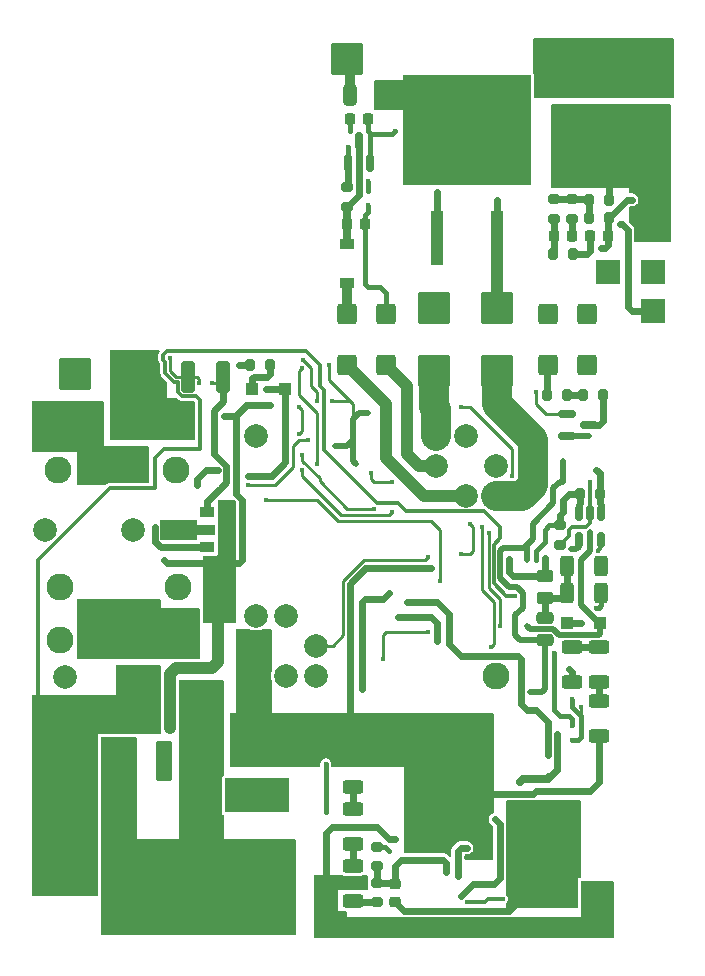
<source format=gbr>
%TF.GenerationSoftware,KiCad,Pcbnew,7.99.0-950-gc4668c1d3a-dirty*%
%TF.CreationDate,2023-06-21T04:13:59+08:00*%
%TF.ProjectId,LightningReed,4c696768-746e-4696-9e67-526565642e6b,rev?*%
%TF.SameCoordinates,Original*%
%TF.FileFunction,Copper,L1,Top*%
%TF.FilePolarity,Positive*%
%FSLAX46Y46*%
G04 Gerber Fmt 4.6, Leading zero omitted, Abs format (unit mm)*
G04 Created by KiCad (PCBNEW 7.99.0-950-gc4668c1d3a-dirty) date 2023-06-21 04:13:59*
%MOMM*%
%LPD*%
G01*
G04 APERTURE LIST*
G04 Aperture macros list*
%AMRoundRect*
0 Rectangle with rounded corners*
0 $1 Rounding radius*
0 $2 $3 $4 $5 $6 $7 $8 $9 X,Y pos of 4 corners*
0 Add a 4 corners polygon primitive as box body*
4,1,4,$2,$3,$4,$5,$6,$7,$8,$9,$2,$3,0*
0 Add four circle primitives for the rounded corners*
1,1,$1+$1,$2,$3*
1,1,$1+$1,$4,$5*
1,1,$1+$1,$6,$7*
1,1,$1+$1,$8,$9*
0 Add four rect primitives between the rounded corners*
20,1,$1+$1,$2,$3,$4,$5,0*
20,1,$1+$1,$4,$5,$6,$7,0*
20,1,$1+$1,$6,$7,$8,$9,0*
20,1,$1+$1,$8,$9,$2,$3,0*%
%AMFreePoly0*
4,1,9,3.862500,-0.866500,0.737500,-0.866500,0.737500,-0.450000,-0.737500,-0.450000,-0.737500,0.450000,0.737500,0.450000,0.737500,0.866500,3.862500,0.866500,3.862500,-0.866500,3.862500,-0.866500,$1*%
G04 Aperture macros list end*
%TA.AperFunction,SMDPad,CuDef*%
%ADD10R,1.100000X1.100000*%
%TD*%
%TA.AperFunction,SMDPad,CuDef*%
%ADD11R,1.100000X4.600000*%
%TD*%
%TA.AperFunction,SMDPad,CuDef*%
%ADD12R,10.800000X9.400000*%
%TD*%
%TA.AperFunction,ComponentPad*%
%ADD13RoundRect,0.250001X-0.799999X-0.799999X0.799999X-0.799999X0.799999X0.799999X-0.799999X0.799999X0*%
%TD*%
%TA.AperFunction,SMDPad,CuDef*%
%ADD14RoundRect,0.250000X1.000000X-1.750000X1.000000X1.750000X-1.000000X1.750000X-1.000000X-1.750000X0*%
%TD*%
%TA.AperFunction,ComponentPad*%
%ADD15RoundRect,0.250000X-0.600000X-0.600000X0.600000X-0.600000X0.600000X0.600000X-0.600000X0.600000X0*%
%TD*%
%TA.AperFunction,ComponentPad*%
%ADD16C,2.286000*%
%TD*%
%TA.AperFunction,SMDPad,CuDef*%
%ADD17RoundRect,0.200000X0.275000X-0.200000X0.275000X0.200000X-0.275000X0.200000X-0.275000X-0.200000X0*%
%TD*%
%TA.AperFunction,SMDPad,CuDef*%
%ADD18RoundRect,0.200000X-0.275000X0.200000X-0.275000X-0.200000X0.275000X-0.200000X0.275000X0.200000X0*%
%TD*%
%TA.AperFunction,SMDPad,CuDef*%
%ADD19RoundRect,0.250000X-0.625000X0.312500X-0.625000X-0.312500X0.625000X-0.312500X0.625000X0.312500X0*%
%TD*%
%TA.AperFunction,SMDPad,CuDef*%
%ADD20RoundRect,0.200000X-0.200000X-0.275000X0.200000X-0.275000X0.200000X0.275000X-0.200000X0.275000X0*%
%TD*%
%TA.AperFunction,SMDPad,CuDef*%
%ADD21RoundRect,0.225000X-0.250000X0.225000X-0.250000X-0.225000X0.250000X-0.225000X0.250000X0.225000X0*%
%TD*%
%TA.AperFunction,SMDPad,CuDef*%
%ADD22RoundRect,0.250000X-0.450000X0.262500X-0.450000X-0.262500X0.450000X-0.262500X0.450000X0.262500X0*%
%TD*%
%TA.AperFunction,SMDPad,CuDef*%
%ADD23R,1.200000X0.900000*%
%TD*%
%TA.AperFunction,SMDPad,CuDef*%
%ADD24RoundRect,0.250000X0.312500X0.625000X-0.312500X0.625000X-0.312500X-0.625000X0.312500X-0.625000X0*%
%TD*%
%TA.AperFunction,ComponentPad*%
%ADD25RoundRect,0.250000X-1.125000X-1.125000X1.125000X-1.125000X1.125000X1.125000X-1.125000X1.125000X0*%
%TD*%
%TA.AperFunction,SMDPad,CuDef*%
%ADD26RoundRect,0.150000X-0.150000X0.512500X-0.150000X-0.512500X0.150000X-0.512500X0.150000X0.512500X0*%
%TD*%
%TA.AperFunction,ComponentPad*%
%ADD27C,2.600000*%
%TD*%
%TA.AperFunction,ComponentPad*%
%ADD28C,2.000000*%
%TD*%
%TA.AperFunction,SMDPad,CuDef*%
%ADD29RoundRect,0.250000X0.325000X0.650000X-0.325000X0.650000X-0.325000X-0.650000X0.325000X-0.650000X0*%
%TD*%
%TA.AperFunction,SMDPad,CuDef*%
%ADD30R,5.400000X2.900000*%
%TD*%
%TA.AperFunction,SMDPad,CuDef*%
%ADD31RoundRect,0.250000X0.625000X-0.312500X0.625000X0.312500X-0.625000X0.312500X-0.625000X-0.312500X0*%
%TD*%
%TA.AperFunction,SMDPad,CuDef*%
%ADD32RoundRect,0.225000X-0.225000X-0.250000X0.225000X-0.250000X0.225000X0.250000X-0.225000X0.250000X0*%
%TD*%
%TA.AperFunction,SMDPad,CuDef*%
%ADD33RoundRect,0.150000X-0.587500X-0.150000X0.587500X-0.150000X0.587500X0.150000X-0.587500X0.150000X0*%
%TD*%
%TA.AperFunction,SMDPad,CuDef*%
%ADD34RoundRect,0.200000X0.200000X0.275000X-0.200000X0.275000X-0.200000X-0.275000X0.200000X-0.275000X0*%
%TD*%
%TA.AperFunction,ComponentPad*%
%ADD35R,2.400000X2.400000*%
%TD*%
%TA.AperFunction,ComponentPad*%
%ADD36C,2.400000*%
%TD*%
%TA.AperFunction,SMDPad,CuDef*%
%ADD37RoundRect,0.225000X0.225000X0.250000X-0.225000X0.250000X-0.225000X-0.250000X0.225000X-0.250000X0*%
%TD*%
%TA.AperFunction,SMDPad,CuDef*%
%ADD38RoundRect,0.250000X-0.475000X0.250000X-0.475000X-0.250000X0.475000X-0.250000X0.475000X0.250000X0*%
%TD*%
%TA.AperFunction,SMDPad,CuDef*%
%ADD39RoundRect,0.250000X-0.312500X-0.625000X0.312500X-0.625000X0.312500X0.625000X-0.312500X0.625000X0*%
%TD*%
%TA.AperFunction,SMDPad,CuDef*%
%ADD40R,1.300000X0.900000*%
%TD*%
%TA.AperFunction,SMDPad,CuDef*%
%ADD41FreePoly0,180.000000*%
%TD*%
%TA.AperFunction,SMDPad,CuDef*%
%ADD42R,0.450000X0.600000*%
%TD*%
%TA.AperFunction,SMDPad,CuDef*%
%ADD43RoundRect,0.249999X-0.450001X-1.450001X0.450001X-1.450001X0.450001X1.450001X-0.450001X1.450001X0*%
%TD*%
%TA.AperFunction,ComponentPad*%
%ADD44C,2.750000*%
%TD*%
%TA.AperFunction,SMDPad,CuDef*%
%ADD45RoundRect,0.150000X0.150000X-0.587500X0.150000X0.587500X-0.150000X0.587500X-0.150000X-0.587500X0*%
%TD*%
%TA.AperFunction,SMDPad,CuDef*%
%ADD46RoundRect,0.250000X-0.325000X-1.100000X0.325000X-1.100000X0.325000X1.100000X-0.325000X1.100000X0*%
%TD*%
%TA.AperFunction,ViaPad*%
%ADD47C,0.400000*%
%TD*%
%TA.AperFunction,Conductor*%
%ADD48C,0.609600*%
%TD*%
%TA.AperFunction,Conductor*%
%ADD49C,0.254000*%
%TD*%
%TA.AperFunction,Conductor*%
%ADD50C,0.508000*%
%TD*%
%TA.AperFunction,Conductor*%
%ADD51C,0.304800*%
%TD*%
%TA.AperFunction,Conductor*%
%ADD52C,1.016000*%
%TD*%
%TA.AperFunction,Conductor*%
%ADD53C,0.406400*%
%TD*%
%TA.AperFunction,Conductor*%
%ADD54C,0.635000*%
%TD*%
%TA.AperFunction,Conductor*%
%ADD55C,0.812800*%
%TD*%
%TA.AperFunction,Conductor*%
%ADD56C,2.540000*%
%TD*%
G04 APERTURE END LIST*
D10*
%TO.P,D5,1,K*%
%TO.N,Net-(D5-K)*%
X145920000Y-123190000D03*
%TO.P,D5,2,A*%
%TO.N,/VDD3*%
X148720000Y-123190000D03*
%TD*%
D11*
%TO.P,Q12,3,S*%
%TO.N,Net-(Q12-S)*%
X139954000Y-90635000D03*
D12*
%TO.P,Q12,2,D*%
%TO.N,VCOM*%
X137414000Y-81485000D03*
D11*
%TO.P,Q12,1,G*%
%TO.N,Net-(Q12-G)*%
X134874000Y-90635000D03*
%TD*%
D13*
%TO.P,TP3,1,1*%
%TO.N,GNDS*%
X153162000Y-96798000D03*
%TD*%
D14*
%TO.P,C43,2*%
%TO.N,GNDS*%
X149352000Y-76034000D03*
%TO.P,C43,1*%
%TO.N,LINE*%
X149352000Y-84034000D03*
%TD*%
D15*
%TO.P,TP11,1,1*%
%TO.N,VS*%
X130556000Y-97052000D03*
%TD*%
D16*
%TO.P,L2,1,1*%
%TO.N,Net-(C1-Pad1)*%
X102957000Y-120122000D03*
%TO.P,L2,2,2*%
%TO.N,Net-(D2-Pad4)*%
X102957000Y-124622000D03*
%TO.P,L2,3,3*%
%TO.N,Net-(C1-Pad2)*%
X112957000Y-120122000D03*
%TO.P,L2,4,4*%
%TO.N,Net-(D2-Pad3)*%
X112957000Y-124622000D03*
%TD*%
D17*
%TO.P,R55,2*%
%TO.N,Net-(R54-Pad1)*%
X146304000Y-87337000D03*
%TO.P,R55,1*%
%TO.N,Net-(C35-Pad1)*%
X146304000Y-88987000D03*
%TD*%
D18*
%TO.P,R16,1*%
%TO.N,Net-(U3-+)*%
X145288000Y-114936000D03*
%TO.P,R16,2*%
%TO.N,/5V_LDO*%
X145288000Y-116586000D03*
%TD*%
D19*
%TO.P,R23,1*%
%TO.N,Net-(R22-Pad2)*%
X146304000Y-125283500D03*
%TO.P,R23,2*%
%TO.N,Net-(Q3-D)*%
X146304000Y-128208500D03*
%TD*%
D20*
%TO.P,R53,1*%
%TO.N,Net-(R52-Pad2)*%
X147257000Y-103886000D03*
%TO.P,R53,2*%
%TO.N,Net-(Q11-D)*%
X148907000Y-103886000D03*
%TD*%
D21*
%TO.P,C9,1*%
%TO.N,Net-(U1-VOSNS)*%
X131318000Y-145275000D03*
%TO.P,C9,2*%
%TO.N,GNDPWR*%
X131318000Y-146825000D03*
%TD*%
D22*
%TO.P,R25,1*%
%TO.N,/AC_SENSE*%
X144018000Y-119229500D03*
%TO.P,R25,2*%
%TO.N,Net-(C16-Pad1)*%
X144018000Y-121054500D03*
%TD*%
D23*
%TO.P,D15,2,A*%
%TO.N,/VAUX*%
X127254000Y-94384000D03*
%TO.P,D15,1,K*%
%TO.N,Net-(D15-K)*%
X127254000Y-91084000D03*
%TD*%
D24*
%TO.P,R24,1*%
%TO.N,/BROWN_OUT*%
X148782500Y-120650000D03*
%TO.P,R24,2*%
%TO.N,Net-(C16-Pad1)*%
X145857500Y-120650000D03*
%TD*%
D25*
%TO.P,REF\u002A\u002A,1*%
%TO.N,GNDS*%
X127254000Y-75462000D03*
%TD*%
D26*
%TO.P,U3,1*%
%TO.N,Net-(Q2-G)*%
X148778000Y-113924500D03*
%TO.P,U3,2,V+*%
%TO.N,/5V_LDO*%
X147828000Y-113924500D03*
%TO.P,U3,3,+*%
%TO.N,Net-(U3-+)*%
X146878000Y-113924500D03*
%TO.P,U3,4,-*%
%TO.N,/AC_SENSE*%
X146878000Y-116199500D03*
%TO.P,U3,5,V-*%
%TO.N,GNDPWR*%
X148778000Y-116199500D03*
%TD*%
D27*
%TO.P,L3,1,1*%
%TO.N,HT*%
X103926000Y-143510000D03*
%TO.P,L3,2,2*%
%TO.N,Net-(D1-A)*%
X108926000Y-143510000D03*
%TD*%
D28*
%TO.P,T1,1,SD*%
%TO.N,GNDPWR*%
X122079000Y-127667000D03*
%TO.P,T1,2,SC*%
%TO.N,Net-(D9-A)*%
X124619000Y-127667000D03*
D16*
%TO.P,T1,3*%
%TO.N,N/C*%
X139859000Y-127667000D03*
D28*
%TO.P,T1,4,AB*%
%TO.N,VDC*%
X119539000Y-125127000D03*
%TO.P,T1,5,SD*%
%TO.N,/VSV*%
X124619000Y-125127000D03*
%TO.P,T1,6*%
%TO.N,N/C*%
X119539000Y-122587000D03*
%TO.P,T1,7,AA*%
%TO.N,/VSW*%
X122079000Y-122587000D03*
%TO.P,T1,8,SC*%
%TO.N,Net-(T1-SC-Pad8)*%
X137319000Y-112427000D03*
%TO.P,T1,9,SA*%
%TO.N,Net-(T1-SA)*%
X139859000Y-112427000D03*
%TO.P,T1,10,SD*%
%TO.N,Net-(T1-SD-Pad10)*%
X134779000Y-109887000D03*
%TO.P,T1,11*%
%TO.N,N/C*%
X139859000Y-109887000D03*
%TO.P,T1,12*%
X119539000Y-107347000D03*
%TO.P,T1,13,SB*%
%TO.N,Net-(T1-SB)*%
X134779000Y-107347000D03*
%TO.P,T1,14*%
%TO.N,N/C*%
X137319000Y-107347000D03*
%TD*%
D15*
%TO.P,TP10,1,1*%
%TO.N,Net-(T1-SD-Pad10)*%
X130556000Y-101346000D03*
%TD*%
D17*
%TO.P,R56,2*%
%TO.N,Net-(R54-Pad1)*%
X144780000Y-87337000D03*
%TO.P,R56,1*%
%TO.N,Net-(C35-Pad2)*%
X144780000Y-88987000D03*
%TD*%
D25*
%TO.P,TP8,1,1*%
%TO.N,Net-(T1-SB)*%
X134620000Y-101854000D03*
%TD*%
D29*
%TO.P,C42,2*%
%TO.N,GNDS*%
X127557000Y-78510000D03*
%TO.P,C42,1*%
%TO.N,VCOM*%
X130507000Y-78510000D03*
%TD*%
D30*
%TO.P,L4,1,1*%
%TO.N,Net-(D3-A)*%
X119634000Y-137798000D03*
%TO.P,L4,2,2*%
%TO.N,Net-(D1-A)*%
X119634000Y-147698000D03*
%TD*%
D31*
%TO.P,R22,1*%
%TO.N,Net-(R21-Pad2)*%
X148590000Y-128208500D03*
%TO.P,R22,2*%
%TO.N,Net-(R22-Pad2)*%
X148590000Y-125283500D03*
%TD*%
D25*
%TO.P,TP5,1,1*%
%TO.N,Net-(Q12-S)*%
X139954000Y-96544000D03*
%TD*%
D18*
%TO.P,R63,2*%
%TO.N,Net-(D15-K)*%
X127254000Y-87971000D03*
%TO.P,R63,1*%
%TO.N,Net-(D16-K)*%
X127254000Y-86321000D03*
%TD*%
D16*
%TO.P,L1,1,1*%
%TO.N,Net-(F1-Pad2)*%
X102776000Y-105736000D03*
%TO.P,L1,2,2*%
%TO.N,Net-(C1-Pad1)*%
X102776000Y-110236000D03*
%TO.P,L1,3,3*%
%TO.N,Net-(P1-AC_N)*%
X112776000Y-105736000D03*
%TO.P,L1,4,4*%
%TO.N,Net-(C1-Pad2)*%
X112776000Y-110236000D03*
%TD*%
D25*
%TO.P,TP7,1,1*%
%TO.N,GNDS*%
X134620000Y-96544000D03*
%TD*%
D15*
%TO.P,TP15,1,1*%
%TO.N,Net-(TP15-Pad1)*%
X144272000Y-97052000D03*
%TD*%
%TO.P,TP14,1,1*%
%TO.N,GNDPWR*%
X147574000Y-101346000D03*
%TD*%
D32*
%TO.P,C37,2*%
%TO.N,/CTL*%
X149378000Y-90448000D03*
%TO.P,C37,1*%
%TO.N,Net-(U8-K)*%
X147828000Y-90448000D03*
%TD*%
D25*
%TO.P,TP6,1,1*%
%TO.N,Net-(T1-SA)*%
X139954000Y-101854000D03*
%TD*%
D15*
%TO.P,TP9,1,1*%
%TO.N,Net-(T1-SC-Pad8)*%
X127254000Y-101346000D03*
%TD*%
D20*
%TO.P,R54,2*%
%TO.N,LINE*%
X149415000Y-87400000D03*
%TO.P,R54,1*%
%TO.N,Net-(R54-Pad1)*%
X147765000Y-87400000D03*
%TD*%
D33*
%TO.P,Q11,1,G*%
%TO.N,/RUN*%
X145874500Y-105476000D03*
%TO.P,Q11,2,S*%
%TO.N,GNDPWR*%
X145874500Y-107376000D03*
%TO.P,Q11,3,D*%
%TO.N,Net-(Q11-D)*%
X147749500Y-106426000D03*
%TD*%
D34*
%TO.P,R18,1*%
%TO.N,Net-(Q2-G)*%
X148653000Y-112268000D03*
%TO.P,R18,2*%
%TO.N,Net-(U3-+)*%
X147003000Y-112268000D03*
%TD*%
D28*
%TO.P,C1,1*%
%TO.N,Net-(C1-Pad1)*%
X101660000Y-115316000D03*
%TO.P,C1,2*%
%TO.N,Net-(C1-Pad2)*%
X109160000Y-115316000D03*
%TD*%
D34*
%TO.P,R58,2*%
%TO.N,Net-(R54-Pad1)*%
X147765000Y-88924000D03*
%TO.P,R58,1*%
%TO.N,/CTL*%
X149415000Y-88924000D03*
%TD*%
D35*
%TO.P,C10,1*%
%TO.N,VDC*%
X136476220Y-140208000D03*
D36*
%TO.P,C10,2*%
%TO.N,GNDPWR*%
X143976220Y-140208000D03*
%TD*%
D37*
%TO.P,C46,2*%
%TO.N,VS*%
X127495000Y-80542000D03*
%TO.P,C46,1*%
%TO.N,Net-(D17-K)*%
X129045000Y-80542000D03*
%TD*%
D20*
%TO.P,R52,1*%
%TO.N,Net-(R52-Pad1)*%
X144209000Y-103886000D03*
%TO.P,R52,2*%
%TO.N,Net-(R52-Pad2)*%
X145859000Y-103886000D03*
%TD*%
D38*
%TO.P,C16,1*%
%TO.N,Net-(C16-Pad1)*%
X144018000Y-122748000D03*
%TO.P,C16,2*%
%TO.N,GNDPWR*%
X144018000Y-124648000D03*
%TD*%
D39*
%TO.P,R20,1*%
%TO.N,Net-(C16-Pad1)*%
X145857500Y-118364000D03*
%TO.P,R20,2*%
%TO.N,Net-(R19-Pad1)*%
X148782500Y-118364000D03*
%TD*%
D15*
%TO.P,TP13,1,1*%
%TO.N,Net-(R52-Pad1)*%
X144272000Y-101346000D03*
%TD*%
D40*
%TO.P,U6,1,ADJ*%
%TO.N,Net-(U6-ADJ)*%
X115442000Y-116816000D03*
D41*
%TO.P,U6,2,VO*%
%TO.N,Net-(D7-A)*%
X115354500Y-115316000D03*
D40*
%TO.P,U6,3,VI*%
%TO.N,VDD*%
X115442000Y-113816000D03*
%TD*%
D37*
%TO.P,C35,2*%
%TO.N,Net-(C35-Pad2)*%
X144767000Y-90448000D03*
%TO.P,C35,1*%
%TO.N,Net-(C35-Pad1)*%
X146317000Y-90448000D03*
%TD*%
D42*
%TO.P,D16,2,A*%
%TO.N,VS*%
X129032000Y-87942000D03*
%TO.P,D16,1,K*%
%TO.N,Net-(D16-K)*%
X129032000Y-85842000D03*
%TD*%
D31*
%TO.P,R10,1*%
%TO.N,Net-(R10-Pad1)*%
X127762000Y-137098500D03*
%TO.P,R10,2*%
%TO.N,VDC*%
X127762000Y-134173500D03*
%TD*%
D42*
%TO.P,D4,1,K*%
%TO.N,/BROWN_OUT*%
X146304000Y-131860000D03*
%TO.P,D4,2,A*%
%TO.N,GNDPWR*%
X146304000Y-129760000D03*
%TD*%
D15*
%TO.P,TP16,1,1*%
%TO.N,Net-(TP16-Pad1)*%
X147574000Y-97052000D03*
%TD*%
D31*
%TO.P,R12,1*%
%TO.N,Net-(R12-Pad1)*%
X127762000Y-146750500D03*
%TO.P,R12,2*%
%TO.N,Net-(R11-Pad1)*%
X127762000Y-143825500D03*
%TD*%
D43*
%TO.P,C3,1*%
%TO.N,Net-(D1-A)*%
X107678000Y-134874000D03*
%TO.P,C3,2*%
%TO.N,GNDPWR*%
X111778000Y-134874000D03*
%TD*%
D18*
%TO.P,R13,1*%
%TO.N,Net-(U1-VOSNS)*%
X129794000Y-145225000D03*
%TO.P,R13,2*%
%TO.N,Net-(R12-Pad1)*%
X129794000Y-146875000D03*
%TD*%
D13*
%TO.P,TP4,1,1*%
%TO.N,/CTL*%
X153162000Y-93496000D03*
%TD*%
D34*
%TO.P,R57,2*%
%TO.N,Net-(C35-Pad2)*%
X144717000Y-91972000D03*
%TO.P,R57,1*%
%TO.N,Net-(U8-K)*%
X146367000Y-91972000D03*
%TD*%
D37*
%TO.P,C44,2*%
%TO.N,Net-(D15-K)*%
X127241000Y-89432000D03*
%TO.P,C44,1*%
%TO.N,VS*%
X128791000Y-89432000D03*
%TD*%
D10*
%TO.P,D7,1,K*%
%TO.N,Net-(D7-K)*%
X119250000Y-103378000D03*
%TO.P,D7,2,A*%
%TO.N,Net-(D7-A)*%
X122050000Y-103378000D03*
%TD*%
D15*
%TO.P,TP12,1,1*%
%TO.N,/VAUX*%
X127254000Y-97052000D03*
%TD*%
D25*
%TO.P,P1,1,AC_P*%
%TO.N,Net-(P1-AC_P)*%
X104234000Y-102108000D03*
D44*
%TO.P,P1,2,AC_N*%
%TO.N,Net-(P1-AC_N)*%
X109634000Y-102108000D03*
%TD*%
D13*
%TO.P,TP2,1,1*%
%TO.N,VCOM*%
X149352000Y-93496000D03*
%TD*%
D31*
%TO.P,R21,1*%
%TO.N,VDC*%
X148590000Y-132780500D03*
%TO.P,R21,2*%
%TO.N,Net-(R21-Pad2)*%
X148590000Y-129855500D03*
%TD*%
D28*
%TO.P,C2,1*%
%TO.N,HT*%
X103378000Y-135322000D03*
%TO.P,C2,2*%
%TO.N,GNDPWR*%
X103378000Y-127822000D03*
%TD*%
D20*
%TO.P,R35,1*%
%TO.N,Net-(U5-HB)*%
X119063000Y-101346000D03*
%TO.P,R35,2*%
%TO.N,Net-(D7-K)*%
X120713000Y-101346000D03*
%TD*%
D45*
%TO.P,Q13,3,D*%
%TO.N,Net-(D15-K)*%
X128270000Y-82398500D03*
%TO.P,Q13,2,S*%
%TO.N,Net-(D17-K)*%
X129220000Y-84273500D03*
%TO.P,Q13,1,G*%
%TO.N,Net-(D16-K)*%
X127320000Y-84273500D03*
%TD*%
D31*
%TO.P,R11,1*%
%TO.N,Net-(R11-Pad1)*%
X127762000Y-141924500D03*
%TO.P,R11,2*%
%TO.N,Net-(R10-Pad1)*%
X127762000Y-138999500D03*
%TD*%
D46*
%TO.P,C29,1*%
%TO.N,GNDPWR*%
X113841000Y-102362000D03*
%TO.P,C29,2*%
%TO.N,VDD*%
X116791000Y-102362000D03*
%TD*%
D25*
%TO.P,TP1,1,1*%
%TO.N,LINE*%
X152908000Y-89178000D03*
%TD*%
D18*
%TO.P,R14,1*%
%TO.N,GNDPWR*%
X129794000Y-142177000D03*
%TO.P,R14,2*%
%TO.N,Net-(U1-VOSNS)*%
X129794000Y-143827000D03*
%TD*%
D47*
%TO.N,/CTL*%
X151384000Y-87371700D03*
%TO.N,GNDPWR*%
X147066000Y-130302000D03*
X128016000Y-109728000D03*
%TO.N,/RUN*%
X143256000Y-103632000D03*
%TO.N,Net-(D14-K)*%
X138684000Y-115062000D03*
%TO.N,/VSV*%
X137668000Y-114808000D03*
%TO.N,Net-(D14-K)*%
X139446000Y-125222000D03*
%TO.N,Net-(D13-K)*%
X141224000Y-110744000D03*
X136906000Y-104902000D03*
X139269200Y-115570000D03*
X140208000Y-123444000D03*
%TO.N,/VSW*%
X134112000Y-123952000D03*
X130302000Y-126238000D03*
%TO.N,GNDPWR*%
X129286000Y-110490000D03*
X131064000Y-111252000D03*
X123444000Y-101600000D03*
%TO.N,/PWML*%
X123571000Y-100965000D03*
%TO.N,GNDPWR*%
X124714000Y-109728000D03*
X147741494Y-107364761D03*
%TO.N,/VSV*%
X136906000Y-117348000D03*
X134112000Y-117602000D03*
%TO.N,GNDPWR*%
X125984000Y-104394000D03*
%TO.N,/VDD3*%
X135128000Y-119634000D03*
X120396000Y-112776000D03*
%TO.N,Net-(D7-A)*%
X118872000Y-110744000D03*
X116306998Y-110236000D03*
%TO.N,VDD*%
X118872000Y-111506000D03*
X115824000Y-102870000D03*
%TO.N,GNDPWR*%
X114742000Y-102870000D03*
%TO.N,/VREF*%
X129540000Y-113538000D03*
X123444000Y-108966000D03*
%TO.N,GNDPWR*%
X112268000Y-100746497D03*
X125730000Y-101346000D03*
%TO.N,HT*%
X110490000Y-130302000D03*
X141478000Y-120904000D03*
X110490000Y-130810000D03*
X109982000Y-130810000D03*
X109982000Y-130302000D03*
X110998000Y-130302000D03*
X110998000Y-131318000D03*
X109982000Y-131318000D03*
X110998000Y-129794000D03*
X110490000Y-131318000D03*
X110998000Y-130810000D03*
X109982000Y-129794000D03*
X110490000Y-129794000D03*
%TO.N,GNDPWR*%
X125476000Y-139192000D03*
X143256000Y-146558000D03*
X112014000Y-136144000D03*
X141732000Y-146812000D03*
X112014000Y-134620000D03*
X143256000Y-145034000D03*
X145542000Y-146304000D03*
X111506000Y-134620000D03*
X129032000Y-105410000D03*
X141732000Y-145796000D03*
X146304000Y-133096000D03*
X143764000Y-146558000D03*
X112014000Y-135128000D03*
X144272000Y-146558000D03*
X143002000Y-146050000D03*
X144526000Y-146050000D03*
X130810000Y-142494000D03*
X142240000Y-146304000D03*
X143256000Y-145542000D03*
X131318000Y-146825000D03*
X145529000Y-111252000D03*
X145542000Y-109474000D03*
X111506000Y-136144000D03*
X125476000Y-135128000D03*
X142748000Y-129032000D03*
X141224000Y-146050000D03*
X148481500Y-117089500D03*
X129151000Y-121158000D03*
X143002000Y-116078000D03*
X144272000Y-145034000D03*
X143764000Y-146050000D03*
X144272000Y-145542000D03*
X112014000Y-135636000D03*
X111506000Y-135128000D03*
X143764000Y-145542000D03*
X111506000Y-135636000D03*
X142494000Y-117884500D03*
X128524000Y-128778000D03*
X112014000Y-133604000D03*
X141732000Y-146304000D03*
X112014000Y-134112000D03*
X111506000Y-134112000D03*
X143764000Y-145034000D03*
X145542000Y-146812000D03*
X145542000Y-145796000D03*
X111506000Y-133604000D03*
X142240000Y-146812000D03*
X126238000Y-108204000D03*
%TO.N,Net-(D3-A)*%
X120396000Y-137668000D03*
X121920000Y-137160000D03*
X120904000Y-136652000D03*
X117856000Y-137668000D03*
X118364000Y-137668000D03*
X119380000Y-137668000D03*
X118872000Y-136652000D03*
X121412000Y-137668000D03*
X119380000Y-136652000D03*
X120396000Y-137160000D03*
X118872000Y-137668000D03*
X118364000Y-136652000D03*
X118364000Y-137160000D03*
X120904000Y-137160000D03*
X121920000Y-136652000D03*
X117856000Y-136652000D03*
X117856000Y-137160000D03*
X119888000Y-136652000D03*
X118872000Y-137160000D03*
X119888000Y-137668000D03*
X121920000Y-137668000D03*
X119888000Y-137160000D03*
X117348000Y-137668000D03*
X121412000Y-136652000D03*
X117348000Y-137160000D03*
X120396000Y-136652000D03*
X121412000Y-137160000D03*
X120904000Y-137668000D03*
X117348000Y-136652000D03*
X119380000Y-137160000D03*
%TO.N,Net-(Q1-S)*%
X127000000Y-147828000D03*
X124968000Y-147828000D03*
X124714000Y-147320000D03*
X127000000Y-144780000D03*
X149606000Y-146304000D03*
X126492000Y-147828000D03*
X148844000Y-148590000D03*
X148844000Y-149098000D03*
X148336000Y-148082000D03*
X124714000Y-146812000D03*
X148336000Y-148590000D03*
X127762000Y-145288000D03*
X128270000Y-145288000D03*
X148844000Y-148082000D03*
X124714000Y-145288000D03*
X131318000Y-141478000D03*
X147320000Y-147574000D03*
X127254000Y-145288000D03*
X128524000Y-144780000D03*
X128778000Y-145288000D03*
X149606000Y-149352000D03*
X125476000Y-146050000D03*
X149606000Y-148844000D03*
X125984000Y-146050000D03*
X148844000Y-146304000D03*
X125222000Y-147320000D03*
X124968000Y-144780000D03*
X126746000Y-145288000D03*
X147320000Y-148082000D03*
X149606000Y-148336000D03*
X149606000Y-146812000D03*
X149606000Y-145288000D03*
X148844000Y-145796000D03*
X147320000Y-149606000D03*
X148336000Y-149098000D03*
X148336000Y-146812000D03*
X147320000Y-146558000D03*
X126238000Y-145288000D03*
X149606000Y-147320000D03*
X149606000Y-147828000D03*
X125730000Y-145288000D03*
X149606000Y-145796000D03*
X148336000Y-145796000D03*
X125730000Y-147320000D03*
X147320000Y-146050000D03*
X124714000Y-146304000D03*
X126492000Y-144780000D03*
X125984000Y-147828000D03*
X124714000Y-145796000D03*
X125476000Y-146558000D03*
X125984000Y-146558000D03*
X125476000Y-144780000D03*
X148336000Y-146304000D03*
X147320000Y-147066000D03*
X148844000Y-146812000D03*
X147320000Y-149098000D03*
X147320000Y-148590000D03*
X126238000Y-147320000D03*
X125476000Y-147828000D03*
X125222000Y-145288000D03*
X125984000Y-144780000D03*
%TO.N,/COMP*%
X137409506Y-146812021D03*
X140462000Y-146558000D03*
%TO.N,Net-(U1-ZCD)*%
X137414000Y-142240000D03*
X136652000Y-144605300D03*
%TO.N,Net-(U1-VOSNS)*%
X135636000Y-144272000D03*
%TO.N,VDC*%
X119634000Y-131826000D03*
X117602000Y-132080000D03*
X119126000Y-133858000D03*
X119634000Y-132842000D03*
X118110000Y-133096000D03*
X119126000Y-131826000D03*
X118110000Y-132588000D03*
X117602000Y-131572000D03*
X117602000Y-135128000D03*
X119126000Y-133350000D03*
X117602000Y-133096000D03*
X117602000Y-132588000D03*
X117602000Y-134112000D03*
X117602000Y-131064000D03*
X119126000Y-132842000D03*
X118110000Y-134620000D03*
X119634000Y-132334000D03*
X117602000Y-134620000D03*
X118110000Y-135128000D03*
X119126000Y-134366000D03*
X118110000Y-133604000D03*
X118110000Y-131572000D03*
X119126000Y-132334000D03*
X118110000Y-134112000D03*
X119634000Y-133858000D03*
X134366000Y-118569000D03*
X118110000Y-132080000D03*
X118110000Y-131064000D03*
X130810000Y-118569000D03*
X117602000Y-133604000D03*
X119634000Y-133350000D03*
X119634000Y-134366000D03*
%TO.N,Net-(U1-VCC)*%
X136906000Y-146304000D03*
X139827000Y-139827000D03*
%TO.N,/VDD3*%
X147828000Y-115517200D03*
X142494000Y-123444000D03*
%TO.N,/5V_LDO*%
X147828000Y-111252000D03*
%TO.N,/AC_SENSE*%
X146216500Y-116984700D03*
X140970000Y-117776700D03*
X144018000Y-117676700D03*
%TO.N,/VCC_PFC*%
X145034000Y-132588000D03*
X141901912Y-136644583D03*
%TO.N,Net-(U5-HB)*%
X118110000Y-101346000D03*
%TO.N,VDD*%
X116586000Y-111760000D03*
X123952000Y-107696000D03*
X116840000Y-109728000D03*
%TO.N,Net-(Q8-S)*%
X116332000Y-122682000D03*
X115824000Y-122174000D03*
X112268000Y-132080000D03*
X116586000Y-113538000D03*
X123190000Y-107188000D03*
X116840000Y-122174000D03*
X117094000Y-113538000D03*
X116332000Y-122174000D03*
X120741109Y-104778300D03*
X116840000Y-105664000D03*
X123190000Y-104902000D03*
X117094000Y-114046000D03*
X118364000Y-113375503D03*
X117602000Y-114046000D03*
X117602000Y-113538000D03*
X116840000Y-122682000D03*
X111760000Y-117856000D03*
X115824000Y-122682000D03*
X116586000Y-113030000D03*
X117094000Y-113030000D03*
X116586000Y-114046000D03*
%TO.N,Net-(D7-A)*%
X120396000Y-103378000D03*
X114554000Y-111506000D03*
X113297200Y-115316000D03*
%TO.N,/VDD2*%
X132334000Y-121412000D03*
X144272000Y-134366000D03*
%TO.N,/BUR*%
X131064000Y-113792000D03*
X123444000Y-110236000D03*
%TO.N,Net-(C35-Pad2)*%
X144767000Y-89686000D03*
%TO.N,/CTL*%
X148752497Y-91464000D03*
%TO.N,Net-(U8-K)*%
X147574000Y-91972000D03*
%TO.N,Net-(Q12-S)*%
X139954000Y-87400000D03*
%TO.N,VCOM*%
X136398000Y-83844000D03*
X140208000Y-80288000D03*
X135636000Y-79780000D03*
X141224000Y-80288000D03*
X140208000Y-82320000D03*
X133096000Y-79272000D03*
X140716000Y-81812000D03*
X135128000Y-79272000D03*
X141224000Y-80796000D03*
X142494000Y-85114000D03*
X139700000Y-82828000D03*
X138176000Y-79272000D03*
X141224000Y-81304000D03*
X132588000Y-79780000D03*
X134620000Y-79272000D03*
X139700000Y-80796000D03*
X141224000Y-82320000D03*
X137160000Y-79272000D03*
X135128000Y-79780000D03*
X139700000Y-81812000D03*
X137668000Y-79272000D03*
X140716000Y-82320000D03*
X140208000Y-81812000D03*
X140208000Y-80796000D03*
X140208000Y-79780000D03*
X135636000Y-79272000D03*
X140208000Y-82828000D03*
X133096000Y-79780000D03*
X140716000Y-80288000D03*
X141986000Y-85114000D03*
X134620000Y-79780000D03*
X140716000Y-79780000D03*
X138176000Y-79780000D03*
X139700000Y-79780000D03*
X137668000Y-79780000D03*
X141224000Y-82828000D03*
X139700000Y-82320000D03*
X139700000Y-80288000D03*
X139700000Y-81304000D03*
X140716000Y-81304000D03*
X141224000Y-81812000D03*
X140716000Y-80796000D03*
X140208000Y-81304000D03*
X137160000Y-79780000D03*
X132588000Y-79272000D03*
X140716000Y-82828000D03*
X141224000Y-79780000D03*
%TO.N,GNDS*%
X145694400Y-75157200D03*
X146507200Y-78408400D03*
X146100800Y-75563600D03*
X143662400Y-75157200D03*
X146100800Y-76376400D03*
X150368000Y-89432000D03*
X146913600Y-77595600D03*
X143662400Y-77189200D03*
X151638000Y-78256000D03*
X147320000Y-76376400D03*
X144475200Y-77595600D03*
X146913600Y-75970000D03*
X144475200Y-75157200D03*
X145288000Y-75970000D03*
X144881600Y-75563600D03*
X146100800Y-75157200D03*
X146507200Y-73938000D03*
X143256000Y-73938000D03*
X144881600Y-75970000D03*
X144068800Y-75970000D03*
X145288000Y-75157200D03*
X147320000Y-77189200D03*
X146100800Y-77189200D03*
X144068800Y-74750800D03*
X143662400Y-78002000D03*
X145694400Y-77595600D03*
X144881600Y-77595600D03*
X146913600Y-74344400D03*
X144881600Y-74750800D03*
X147320000Y-77595600D03*
X144475200Y-74344400D03*
X147320000Y-78002000D03*
X144881600Y-76376400D03*
X147320000Y-78408400D03*
X147320000Y-74750800D03*
X145288000Y-77595600D03*
X146100800Y-78002000D03*
X146507200Y-75157200D03*
X144068800Y-75563600D03*
X143662400Y-77595600D03*
X145288000Y-76782800D03*
X146100800Y-78408400D03*
X143256000Y-74750800D03*
X145288000Y-78408400D03*
X146507200Y-78002000D03*
X145694400Y-74750800D03*
X143662400Y-75563600D03*
X145694400Y-77189200D03*
X145694400Y-75563600D03*
X144475200Y-78002000D03*
X146507200Y-75563600D03*
X145694400Y-76782800D03*
X143256000Y-78002000D03*
X146913600Y-75563600D03*
X143662400Y-78408400D03*
X144068800Y-76782800D03*
X144881600Y-77189200D03*
X143256000Y-77189200D03*
X146100800Y-73938000D03*
X144068800Y-74344400D03*
X146507200Y-77595600D03*
X144475200Y-74750800D03*
X147320000Y-74344400D03*
X146913600Y-78408400D03*
X145694400Y-73938000D03*
X145694400Y-74344400D03*
X146100800Y-74750800D03*
X143662400Y-75970000D03*
X144475200Y-73938000D03*
X144475200Y-76376400D03*
X146507200Y-75970000D03*
X145288000Y-73938000D03*
X147320000Y-76782800D03*
X143662400Y-74750800D03*
X144881600Y-75157200D03*
X146100800Y-77595600D03*
X146913600Y-77189200D03*
X145288000Y-78002000D03*
X143256000Y-77595600D03*
X144881600Y-76782800D03*
X143662400Y-76782800D03*
X144475200Y-77189200D03*
X143256000Y-74344400D03*
X143256000Y-75970000D03*
X144068800Y-78408400D03*
X147320000Y-73938000D03*
X144068800Y-75157200D03*
X144881600Y-73938000D03*
X144068800Y-77595600D03*
X145288000Y-74344400D03*
X143256000Y-76782800D03*
X144068800Y-78002000D03*
X146913600Y-74750800D03*
X144068800Y-76376400D03*
X144881600Y-78408400D03*
X144475200Y-78408400D03*
X144475200Y-75563600D03*
X144475200Y-75970000D03*
X144068800Y-77189200D03*
X145694400Y-76376400D03*
X145694400Y-78408400D03*
X143256000Y-76376400D03*
X143662400Y-74344400D03*
X145288000Y-75563600D03*
X143662400Y-76376400D03*
X143662400Y-73938000D03*
X143256000Y-78408400D03*
X146507200Y-77189200D03*
X147320000Y-75970000D03*
X145694400Y-75970000D03*
X146507200Y-74750800D03*
X145288000Y-74750800D03*
X146913600Y-75157200D03*
X146913600Y-73938000D03*
X145288000Y-77189200D03*
X146913600Y-76376400D03*
X146100800Y-75970000D03*
X146507200Y-74344400D03*
X144475200Y-76782800D03*
X144881600Y-74344400D03*
X146100800Y-76782800D03*
X152237503Y-78256000D03*
X145694400Y-78002000D03*
X146507200Y-76376400D03*
X145288000Y-76376400D03*
X143256000Y-75563600D03*
X146913600Y-76782800D03*
X143256000Y-75157200D03*
X146100800Y-74344400D03*
X144881600Y-78002000D03*
X147320000Y-75563600D03*
X144068800Y-73938000D03*
X147320000Y-75157200D03*
X146507200Y-76782800D03*
X146913600Y-78002000D03*
%TO.N,LINE*%
X146050000Y-82828000D03*
X147066000Y-80288000D03*
X147066000Y-82828000D03*
X146050000Y-82320000D03*
X146050000Y-80796000D03*
X147066000Y-81812000D03*
X145542000Y-80796000D03*
X147066000Y-82320000D03*
X147066000Y-80796000D03*
X145542000Y-80288000D03*
X146558000Y-82320000D03*
X146558000Y-81304000D03*
X145542000Y-81812000D03*
X145542000Y-82828000D03*
X146558000Y-82828000D03*
X146050000Y-81304000D03*
X146558000Y-80288000D03*
X146050000Y-79780000D03*
X147066000Y-81304000D03*
X147066000Y-79780000D03*
X146050000Y-81812000D03*
X145542000Y-81304000D03*
X146558000Y-79780000D03*
X146558000Y-81812000D03*
X146050000Y-80288000D03*
X146558000Y-80796000D03*
X145542000Y-79780000D03*
X145542000Y-82320000D03*
%TO.N,VS*%
X127508000Y-81558000D03*
%TO.N,Net-(D17-K)*%
X131318000Y-81558000D03*
%TO.N,Net-(D1-A)*%
X115062000Y-129540000D03*
X115062000Y-129032000D03*
X115570000Y-129032000D03*
X115570000Y-129540000D03*
%TO.N,Net-(D2-Pad3)*%
X105918000Y-122174000D03*
X104902000Y-122682000D03*
X104902000Y-121666000D03*
X105918000Y-122682000D03*
X104902000Y-122174000D03*
X105918000Y-123190000D03*
X105410000Y-123190000D03*
X105410000Y-121666000D03*
X104902000Y-123190000D03*
X105410000Y-122174000D03*
X105410000Y-122682000D03*
X105918000Y-121666000D03*
%TO.N,/BROWN_OUT*%
X144780000Y-125730000D03*
X144780000Y-129540000D03*
X148336000Y-121920000D03*
%TO.N,Net-(D5-K)*%
X147066000Y-123190000D03*
%TO.N,Net-(D12-K)*%
X131572000Y-122682000D03*
X134874000Y-124714000D03*
%TO.N,Net-(D16-K)*%
X129032000Y-86638000D03*
X127331239Y-82914506D03*
%TO.N,Net-(F1-Pad2)*%
X108458000Y-110998000D03*
X106426000Y-109728000D03*
X107442000Y-110236000D03*
X106426000Y-110744000D03*
X108458000Y-109982000D03*
X106934000Y-110998000D03*
X108966000Y-110236000D03*
X107950000Y-109728000D03*
X108458000Y-110490000D03*
X107950000Y-110236000D03*
X106934000Y-110490000D03*
X106426000Y-110236000D03*
X108966000Y-110744000D03*
X106934000Y-109982000D03*
X107950000Y-110744000D03*
X107442000Y-109728000D03*
X108966000Y-109728000D03*
X107442000Y-110744000D03*
%TO.N,Net-(Q2-G)*%
X148336000Y-110236000D03*
%TO.N,Net-(Q12-G)*%
X134874000Y-86689300D03*
%TO.N,Net-(U3-+)*%
X143256000Y-117856000D03*
%TO.N,Net-(R19-Pad1)*%
X148590000Y-117856000D03*
X148590000Y-118364000D03*
X149098000Y-118872000D03*
X149098000Y-117856000D03*
X148590000Y-118872000D03*
X149098000Y-118364000D03*
%TO.N,Net-(Q3-D)*%
X146050000Y-127102000D03*
%TO.N,Net-(U6-ADJ)*%
X110998000Y-115062000D03*
%TO.N,/PWML*%
X124714000Y-104394000D03*
%TD*%
D48*
%TO.N,/CTL*%
X150967300Y-87371700D02*
X149415000Y-88924000D01*
X151384000Y-87371700D02*
X150967300Y-87371700D01*
D49*
%TO.N,GNDPWR*%
X147066000Y-130302000D02*
X147066000Y-131064000D01*
D50*
X127762000Y-109474000D02*
X128016000Y-109728000D01*
X127762000Y-107188000D02*
X127762000Y-109474000D01*
X127762000Y-106426000D02*
X127762000Y-107188000D01*
X127762000Y-107188000D02*
X127762000Y-107696000D01*
D49*
%TO.N,/RUN*%
X144084000Y-105476000D02*
X145874500Y-105476000D01*
X143256000Y-103632000D02*
X143256000Y-104648000D01*
X143256000Y-104648000D02*
X144084000Y-105476000D01*
%TO.N,Net-(D14-K)*%
X138684000Y-119888000D02*
X138684000Y-115062000D01*
X138684000Y-120396000D02*
X138684000Y-119888000D01*
X139700000Y-121412000D02*
X138684000Y-120396000D01*
X139700000Y-123190000D02*
X139700000Y-121412000D01*
%TO.N,/VSV*%
X136906000Y-117348000D02*
X137668000Y-117348000D01*
X137668000Y-114808000D02*
X137922000Y-115062000D01*
X137922000Y-117094000D02*
X137668000Y-117348000D01*
X137922000Y-115062000D02*
X137922000Y-117094000D01*
%TO.N,Net-(D14-K)*%
X139446000Y-125222000D02*
X139681500Y-124986500D01*
X139681500Y-124986500D02*
X139681500Y-123208500D01*
X139681500Y-123208500D02*
X139700000Y-123190000D01*
%TO.N,Net-(D13-K)*%
X140208000Y-121158000D02*
X140208000Y-123444000D01*
X139269200Y-115570000D02*
X139269200Y-120219200D01*
X139269200Y-120219200D02*
X140208000Y-121158000D01*
D48*
%TO.N,/VDD2*%
X141986000Y-126238000D02*
X141732000Y-125984000D01*
X136906000Y-125984000D02*
X141732000Y-125984000D01*
X135890000Y-124968000D02*
X136906000Y-125984000D01*
D51*
%TO.N,HT*%
X139675100Y-119863100D02*
X139675100Y-116586000D01*
X140208000Y-115062000D02*
X140208000Y-116053100D01*
X140208000Y-116053100D02*
X139675100Y-116586000D01*
X110998000Y-109220000D02*
X110998000Y-111760000D01*
X111760000Y-108458000D02*
X110998000Y-109220000D01*
X114467605Y-103990900D02*
X114808000Y-104331295D01*
X131572000Y-113030000D02*
X129812505Y-113030000D01*
X112987100Y-103681078D02*
X113296922Y-103990900D01*
X112987100Y-102767900D02*
X112987100Y-103681078D01*
X112607871Y-102767900D02*
X112987100Y-102767900D01*
X111862100Y-101121102D02*
X111862100Y-102022130D01*
X111716100Y-100975102D02*
X111862100Y-101121102D01*
X110998000Y-111760000D02*
X107188000Y-111760000D01*
X112039395Y-100194597D02*
X111716100Y-100517892D01*
X140716000Y-120904000D02*
X139675100Y-119863100D01*
X114808000Y-104331295D02*
X114808000Y-108458000D01*
X124968000Y-103124000D02*
X124968000Y-101346000D01*
X132290100Y-113748100D02*
X131572000Y-113030000D01*
X111862100Y-102022130D02*
X112607871Y-102767900D01*
X124968000Y-101346000D02*
X123816597Y-100194597D01*
X113296922Y-103990900D02*
X114467605Y-103990900D01*
X140208000Y-115062000D02*
X138894100Y-113748100D01*
X111716100Y-100517892D02*
X111716100Y-100975102D01*
X141478000Y-120904000D02*
X140716000Y-120904000D01*
X138894100Y-113748100D02*
X132290100Y-113748100D01*
X125349000Y-103505000D02*
X124968000Y-103124000D01*
X114808000Y-108458000D02*
X111760000Y-108458000D01*
X129812505Y-113030000D02*
X125349000Y-108566495D01*
X123816597Y-100194597D02*
X112039395Y-100194597D01*
X125349000Y-108566495D02*
X125349000Y-103505000D01*
X107188000Y-111760000D02*
X101092000Y-117856000D01*
X101092000Y-117856000D02*
X101092000Y-129794000D01*
D49*
%TO.N,Net-(D13-K)*%
X136906000Y-104902000D02*
X137668000Y-104902000D01*
X137668000Y-104902000D02*
X141224000Y-108458000D01*
X141224000Y-108458000D02*
X141224000Y-110744000D01*
%TO.N,/VSW*%
X134112000Y-123952000D02*
X130556000Y-123952000D01*
X130302000Y-124206000D02*
X130302000Y-126238000D01*
X130556000Y-123952000D02*
X130302000Y-124206000D01*
D52*
%TO.N,Net-(T1-SC-Pad8)*%
X130556000Y-109220000D02*
X130556000Y-104648000D01*
X133763000Y-112427000D02*
X130556000Y-109220000D01*
X130556000Y-104648000D02*
X127254000Y-101346000D01*
X137319000Y-112427000D02*
X133763000Y-112427000D01*
D49*
%TO.N,GNDPWR*%
X129286000Y-110744000D02*
X129286000Y-110490000D01*
X129286000Y-110744000D02*
X129286000Y-110998000D01*
X129286000Y-110998000D02*
X129540000Y-111252000D01*
X129540000Y-111252000D02*
X131064000Y-111252000D01*
X123190000Y-103886000D02*
X123190000Y-101854000D01*
X123444000Y-101600000D02*
X123190000Y-101854000D01*
%TO.N,/PWML*%
X124714000Y-103632000D02*
X124206000Y-103124000D01*
X124714000Y-104394000D02*
X124714000Y-103632000D01*
X124206000Y-103124000D02*
X124206000Y-101600000D01*
X124206000Y-101600000D02*
X123571000Y-100965000D01*
%TO.N,GNDPWR*%
X124460000Y-105156000D02*
X123190000Y-103886000D01*
X124714000Y-109728000D02*
X124714000Y-105410000D01*
X124714000Y-105410000D02*
X124460000Y-105156000D01*
D50*
X147741494Y-107364761D02*
X147730255Y-107376000D01*
X147730255Y-107376000D02*
X145874500Y-107376000D01*
D48*
%TO.N,Net-(R52-Pad1)*%
X144209000Y-103886000D02*
X144209000Y-101409000D01*
X144209000Y-101409000D02*
X144272000Y-101346000D01*
%TO.N,Net-(R52-Pad2)*%
X147257000Y-103886000D02*
X145859000Y-103886000D01*
%TO.N,Net-(Q11-D)*%
X147749500Y-106426000D02*
X148590000Y-106426000D01*
X148590000Y-106426000D02*
X148907000Y-106109000D01*
X148907000Y-106109000D02*
X148907000Y-103886000D01*
D49*
%TO.N,/VSV*%
X124619000Y-125127000D02*
X126079000Y-125127000D01*
X128750445Y-117856000D02*
X133858000Y-117856000D01*
X126079000Y-125127000D02*
X126949700Y-124256300D01*
X126949700Y-124256300D02*
X126949700Y-119656744D01*
X126949700Y-119656744D02*
X128750445Y-117856000D01*
X133858000Y-117856000D02*
X134112000Y-117602000D01*
%TO.N,GNDPWR*%
X125984000Y-104394000D02*
X127508000Y-104394000D01*
X127508000Y-104394000D02*
X127762000Y-104648000D01*
X127762000Y-104648000D02*
X127762000Y-106426000D01*
%TO.N,/VDD3*%
X124714000Y-112776000D02*
X125730000Y-113792000D01*
X134874000Y-115062000D02*
X135128000Y-115316000D01*
X120396000Y-112776000D02*
X124714000Y-112776000D01*
X135128000Y-115316000D02*
X135128000Y-119634000D01*
X129286000Y-114554000D02*
X134366000Y-114554000D01*
X126492000Y-114554000D02*
X129286000Y-114554000D01*
X134366000Y-114554000D02*
X134874000Y-115062000D01*
X125730000Y-113792000D02*
X126492000Y-114554000D01*
D48*
%TO.N,Net-(Q8-S)*%
X117856000Y-105664000D02*
X117856000Y-112268000D01*
X117856000Y-112268000D02*
X118364000Y-112776000D01*
X118364000Y-112776000D02*
X118364000Y-113375503D01*
%TO.N,Net-(D7-A)*%
X114808000Y-110744000D02*
X115316000Y-110236000D01*
X115316000Y-110236000D02*
X116306998Y-110236000D01*
D49*
%TO.N,GNDPWR*%
X112268000Y-100746497D02*
X112268000Y-101854000D01*
X112268000Y-101854000D02*
X112776000Y-102362000D01*
X112776000Y-102362000D02*
X113841000Y-102362000D01*
%TO.N,VDD*%
X115824000Y-102870000D02*
X116283000Y-102870000D01*
X116283000Y-102870000D02*
X116791000Y-102362000D01*
%TO.N,GNDPWR*%
X114742000Y-102870000D02*
X114742000Y-102550000D01*
X114742000Y-102550000D02*
X114554000Y-102362000D01*
X114554000Y-102362000D02*
X113841000Y-102362000D01*
%TO.N,/VREF*%
X124943100Y-111227100D02*
X127254000Y-113538000D01*
X124943100Y-110973100D02*
X124943100Y-111227100D01*
X123444000Y-109474000D02*
X124943100Y-110973100D01*
X123444000Y-108966000D02*
X123444000Y-109474000D01*
X127254000Y-113538000D02*
X129540000Y-113538000D01*
%TO.N,/BUR*%
X123444000Y-110236000D02*
X123444000Y-110744000D01*
X123444000Y-110744000D02*
X126746000Y-114046000D01*
X126746000Y-114046000D02*
X130810000Y-114046000D01*
X130810000Y-114046000D02*
X131064000Y-113792000D01*
%TO.N,GNDPWR*%
X127508000Y-104394000D02*
X125730000Y-102616000D01*
X125730000Y-102616000D02*
X125730000Y-101346000D01*
D50*
X127762000Y-105918000D02*
X127762000Y-106426000D01*
D53*
X130493000Y-142177000D02*
X130810000Y-142494000D01*
D50*
X144018000Y-128778000D02*
X143764000Y-129032000D01*
X142748000Y-116332000D02*
X142494000Y-116586000D01*
X128270000Y-105410000D02*
X127762000Y-105918000D01*
X144018000Y-124648000D02*
X144018000Y-128778000D01*
D53*
X146304000Y-130302000D02*
X146558000Y-130556000D01*
D50*
X142131500Y-121920000D02*
X142131500Y-120633311D01*
D48*
X140970000Y-147574000D02*
X141732000Y-146812000D01*
D50*
X143002000Y-114808000D02*
X144725500Y-113084500D01*
D48*
X128778000Y-121158000D02*
X130302000Y-121158000D01*
D53*
X129794000Y-142177000D02*
X130493000Y-142177000D01*
D48*
X128524000Y-121412000D02*
X128524000Y-128778000D01*
X130302000Y-121158000D02*
X130810000Y-120650000D01*
D50*
X145529000Y-109487000D02*
X145542000Y-109474000D01*
X140208000Y-117094000D02*
X140462000Y-116840000D01*
X142494000Y-117884500D02*
X142494000Y-116586000D01*
X141640189Y-120142000D02*
X140970000Y-120142000D01*
X143002000Y-115570000D02*
X143002000Y-116078000D01*
X143764000Y-129032000D02*
X142748000Y-129032000D01*
X144725500Y-113084500D02*
X144725500Y-111814500D01*
X145288000Y-111252000D02*
X145529000Y-111252000D01*
X141920000Y-124648000D02*
X141478000Y-124206000D01*
D51*
X148778000Y-116199500D02*
X148778000Y-116793000D01*
D50*
X143002000Y-116078000D02*
X142748000Y-116332000D01*
X142131500Y-120633311D02*
X141640189Y-120142000D01*
X144018000Y-124648000D02*
X141920000Y-124648000D01*
X142240000Y-116840000D02*
X142748000Y-116332000D01*
D53*
X146558000Y-130556000D02*
X147066000Y-131064000D01*
D50*
X140462000Y-116840000D02*
X142240000Y-116840000D01*
X140208000Y-119380000D02*
X140208000Y-117094000D01*
D48*
X129151000Y-121158000D02*
X128778000Y-121158000D01*
X132067000Y-147574000D02*
X140970000Y-147574000D01*
D50*
X127254000Y-108204000D02*
X126238000Y-108204000D01*
D51*
X148778000Y-116793000D02*
X148481500Y-117089500D01*
D50*
X144725500Y-111814500D02*
X145288000Y-111252000D01*
X140970000Y-120142000D02*
X140208000Y-119380000D01*
D48*
X131318000Y-146825000D02*
X132067000Y-147574000D01*
D53*
X147066000Y-132842000D02*
X146812000Y-133096000D01*
X147066000Y-131064000D02*
X147066000Y-132334000D01*
D50*
X129032000Y-105410000D02*
X128270000Y-105410000D01*
D53*
X147066000Y-132334000D02*
X147066000Y-132842000D01*
D50*
X141478000Y-124206000D02*
X141478000Y-122573500D01*
X145529000Y-111252000D02*
X145529000Y-109487000D01*
D53*
X146812000Y-133096000D02*
X146304000Y-133096000D01*
D48*
X128778000Y-121158000D02*
X128524000Y-121412000D01*
D53*
X146304000Y-129760000D02*
X146304000Y-130302000D01*
X125476000Y-139192000D02*
X125476000Y-135128000D01*
D50*
X127762000Y-107696000D02*
X127254000Y-108204000D01*
X141478000Y-122573500D02*
X142131500Y-121920000D01*
X143002000Y-115570000D02*
X143002000Y-114808000D01*
D48*
%TO.N,Net-(Q1-S)*%
X125476000Y-140970000D02*
X125476000Y-144780000D01*
X129794000Y-140462000D02*
X125984000Y-140462000D01*
X130810000Y-141478000D02*
X129794000Y-140462000D01*
X125984000Y-140462000D02*
X125476000Y-140970000D01*
X131318000Y-141478000D02*
X130810000Y-141478000D01*
D51*
%TO.N,/COMP*%
X139192000Y-146558000D02*
X140462000Y-146558000D01*
X137409506Y-146812021D02*
X138937979Y-146812021D01*
X138937979Y-146812021D02*
X139192000Y-146558000D01*
D48*
%TO.N,Net-(U1-ZCD)*%
X136906000Y-142240000D02*
X137414000Y-142240000D01*
X136652000Y-142494000D02*
X136652000Y-144605300D01*
X136652000Y-142494000D02*
X136906000Y-142240000D01*
%TO.N,Net-(U1-VOSNS)*%
X131318000Y-145275000D02*
X131318000Y-143764000D01*
X129794000Y-145225000D02*
X129794000Y-143827000D01*
X135636000Y-143510000D02*
X135636000Y-144272000D01*
X135382000Y-143256000D02*
X135636000Y-143510000D01*
X131318000Y-143764000D02*
X131826000Y-143256000D01*
X131268000Y-145225000D02*
X131318000Y-145275000D01*
X129794000Y-145225000D02*
X131268000Y-145225000D01*
X131826000Y-143256000D02*
X135382000Y-143256000D01*
%TO.N,VDC*%
X130810000Y-118569000D02*
X128827000Y-118569000D01*
X147828000Y-137414000D02*
X143256000Y-137414000D01*
X128827000Y-118569000D02*
X127508000Y-119888000D01*
X143002000Y-137668000D02*
X139192000Y-137668000D01*
X143256000Y-137414000D02*
X143002000Y-137668000D01*
X148590000Y-132780500D02*
X148590000Y-136652000D01*
X127508000Y-119888000D02*
X127508000Y-131318000D01*
X148590000Y-136652000D02*
X147828000Y-137414000D01*
X134366000Y-118569000D02*
X130810000Y-118569000D01*
%TO.N,Net-(U1-VCC)*%
X137922000Y-145288000D02*
X136906000Y-146304000D01*
X139827000Y-139827000D02*
X140208000Y-140208000D01*
X140208000Y-140208000D02*
X140208000Y-144780000D01*
X139700000Y-145288000D02*
X137922000Y-145288000D01*
X140208000Y-144780000D02*
X139700000Y-145288000D01*
D50*
%TO.N,/VDD3*%
X147828000Y-117094000D02*
X147828000Y-115517200D01*
X143141200Y-123698000D02*
X142748000Y-123698000D01*
X148590000Y-123190000D02*
X147066000Y-121666000D01*
X148720000Y-124076000D02*
X148590000Y-124206000D01*
X148720000Y-123190000D02*
X148590000Y-123190000D01*
X148590000Y-124206000D02*
X145210622Y-124206000D01*
X144702622Y-123698000D02*
X143141200Y-123698000D01*
X147066000Y-117856000D02*
X147828000Y-117094000D01*
X148720000Y-123190000D02*
X148720000Y-124076000D01*
X145210622Y-124206000D02*
X144702622Y-123698000D01*
X142748000Y-123698000D02*
X142494000Y-123444000D01*
X147066000Y-121666000D02*
X147066000Y-117856000D01*
D51*
%TO.N,/5V_LDO*%
X146050000Y-115316000D02*
X146304000Y-115062000D01*
X147828000Y-113924500D02*
X147828000Y-114736695D01*
X145288000Y-116586000D02*
X146050000Y-115824000D01*
X147828000Y-113924500D02*
X147828000Y-111252000D01*
X147828000Y-114736695D02*
X147502695Y-115062000D01*
X146304000Y-115062000D02*
X147502695Y-115062000D01*
X146050000Y-115824000D02*
X146050000Y-115316000D01*
D50*
%TO.N,/AC_SENSE*%
X146878000Y-116774000D02*
X146667300Y-116984700D01*
D48*
X141327500Y-119229500D02*
X140970000Y-118872000D01*
X144018000Y-117676700D02*
X144018000Y-119229500D01*
D50*
X146667300Y-116984700D02*
X146216500Y-116984700D01*
D48*
X144018000Y-119229500D02*
X141327500Y-119229500D01*
X140970000Y-118872000D02*
X140970000Y-117776700D01*
D50*
X146878000Y-116199500D02*
X146878000Y-116774000D01*
D48*
%TO.N,/VCC_PFC*%
X145034000Y-135636000D02*
X144399000Y-136271000D01*
X145034000Y-132588000D02*
X145034000Y-135636000D01*
D54*
X142148495Y-136398000D02*
X144272000Y-136398000D01*
X141901912Y-136644583D02*
X142148495Y-136398000D01*
X144272000Y-136398000D02*
X144399000Y-136271000D01*
D48*
%TO.N,Net-(C16-Pad1)*%
X144018000Y-121054500D02*
X145453000Y-121054500D01*
X145453000Y-121054500D02*
X145857500Y-120650000D01*
X144018000Y-122748000D02*
X144018000Y-121054500D01*
X145857500Y-120650000D02*
X145857500Y-118364000D01*
%TO.N,Net-(U5-HB)*%
X119063000Y-101346000D02*
X118110000Y-101346000D01*
%TO.N,VDD*%
X115973200Y-105260800D02*
X115973200Y-108861200D01*
D49*
X122682000Y-108204000D02*
X122682000Y-109982000D01*
X121158000Y-111506000D02*
X118872000Y-111506000D01*
X123171000Y-107715000D02*
X122682000Y-108204000D01*
D48*
X115973200Y-108861200D02*
X116840000Y-109728000D01*
X116840000Y-109728000D02*
X117046400Y-109934400D01*
X115442000Y-112904000D02*
X115442000Y-113816000D01*
X116586000Y-111760000D02*
X115442000Y-112904000D01*
D49*
X123933000Y-107715000D02*
X123952000Y-107696000D01*
D48*
X116791000Y-104443000D02*
X115973200Y-105260800D01*
X117046400Y-109934400D02*
X117046400Y-111299600D01*
D49*
X122682000Y-109982000D02*
X121158000Y-111506000D01*
X123171000Y-107715000D02*
X123933000Y-107715000D01*
D48*
X116791000Y-102362000D02*
X116791000Y-104443000D01*
X117046400Y-111299600D02*
X116586000Y-111760000D01*
%TO.N,Net-(Q8-S)*%
X112014000Y-118110000D02*
X118110000Y-118110000D01*
D52*
X113792000Y-127000000D02*
X112776000Y-127000000D01*
X112268000Y-127508000D02*
X112268000Y-132080000D01*
D48*
X116840000Y-105664000D02*
X117856000Y-105664000D01*
D52*
X112776000Y-127000000D02*
X112268000Y-127508000D01*
D49*
X123444000Y-106934000D02*
X123444000Y-105156000D01*
X123190000Y-107188000D02*
X123444000Y-106934000D01*
D48*
X118364000Y-117856000D02*
X118364000Y-113375503D01*
X118110000Y-118110000D02*
X118364000Y-117856000D01*
X111760000Y-117856000D02*
X112014000Y-118110000D01*
X120741109Y-104778300D02*
X118741700Y-104778300D01*
X118741700Y-104778300D02*
X117856000Y-105664000D01*
D52*
X115824000Y-127000000D02*
X113792000Y-127000000D01*
X116332000Y-126492000D02*
X115824000Y-127000000D01*
X116332000Y-122682000D02*
X116332000Y-126492000D01*
D49*
X123444000Y-105156000D02*
X123190000Y-104902000D01*
D48*
%TO.N,Net-(D7-A)*%
X120904000Y-110744000D02*
X118872000Y-110744000D01*
X122050000Y-103378000D02*
X122050000Y-109598000D01*
X122050000Y-109598000D02*
X120904000Y-110744000D01*
X114554000Y-110998000D02*
X114554000Y-111506000D01*
X122050000Y-103378000D02*
X120396000Y-103378000D01*
X114808000Y-110744000D02*
X114554000Y-110998000D01*
%TO.N,/VDD2*%
X141986000Y-130048000D02*
X141986000Y-126238000D01*
X135890000Y-122428000D02*
X134874000Y-121412000D01*
X142494000Y-130556000D02*
X141986000Y-130048000D01*
X143256000Y-130556000D02*
X142494000Y-130556000D01*
X144272000Y-134366000D02*
X144272000Y-131572000D01*
X144272000Y-131572000D02*
X143256000Y-130556000D01*
X134874000Y-121412000D02*
X132334000Y-121412000D01*
X135890000Y-124968000D02*
X135890000Y-122428000D01*
%TO.N,Net-(C35-Pad1)*%
X146317000Y-89000000D02*
X146304000Y-88987000D01*
X146317000Y-90448000D02*
X146317000Y-89000000D01*
%TO.N,Net-(C35-Pad2)*%
X144767000Y-90448000D02*
X144767000Y-91922000D01*
X144767000Y-90448000D02*
X144767000Y-89686000D01*
X144767000Y-89000000D02*
X144780000Y-88987000D01*
X144767000Y-89686000D02*
X144767000Y-89000000D01*
X144767000Y-91922000D02*
X144717000Y-91972000D01*
%TO.N,/CTL*%
X149378000Y-88961000D02*
X149415000Y-88924000D01*
X149378000Y-90448000D02*
X149378000Y-88961000D01*
X149098000Y-91464000D02*
X148752497Y-91464000D01*
X149378000Y-91184000D02*
X149098000Y-91464000D01*
X149378000Y-90448000D02*
X149378000Y-91184000D01*
%TO.N,Net-(U8-K)*%
X147828000Y-91718000D02*
X147828000Y-90448000D01*
X147574000Y-91972000D02*
X147828000Y-91718000D01*
X146367000Y-91972000D02*
X147574000Y-91972000D01*
D52*
%TO.N,Net-(Q12-S)*%
X139954000Y-96544000D02*
X139954000Y-90635000D01*
D48*
X139954000Y-90635000D02*
X139954000Y-87400000D01*
%TO.N,GNDS*%
X150520700Y-89432000D02*
X150368000Y-89432000D01*
D55*
X127557000Y-78510000D02*
X127557000Y-75765000D01*
D48*
X151028700Y-96442700D02*
X151384000Y-96798000D01*
X151028700Y-89940000D02*
X150520700Y-89432000D01*
X151028700Y-89940000D02*
X151028700Y-96442700D01*
X151384000Y-96798000D02*
X153162000Y-96798000D01*
D55*
X127557000Y-75765000D02*
X127254000Y-75462000D01*
D48*
%TO.N,LINE*%
X149415000Y-84097000D02*
X149352000Y-84034000D01*
X149415000Y-87400000D02*
X149415000Y-84097000D01*
D53*
%TO.N,VS*%
X128791000Y-88657000D02*
X129032000Y-88416000D01*
X130048000Y-94766000D02*
X130556000Y-95274000D01*
X129032000Y-87942000D02*
X129032000Y-88416000D01*
X129032000Y-94766000D02*
X130048000Y-94766000D01*
X128791000Y-89432000D02*
X128791000Y-88657000D01*
X127495000Y-81545000D02*
X127508000Y-81558000D01*
X128791000Y-94525000D02*
X129032000Y-94766000D01*
X130556000Y-95274000D02*
X130556000Y-97052000D01*
X127495000Y-80542000D02*
X127495000Y-81545000D01*
X128791000Y-89432000D02*
X128791000Y-94525000D01*
D48*
%TO.N,Net-(D15-K)*%
X128270000Y-86955000D02*
X127254000Y-87971000D01*
D54*
X127241000Y-89432000D02*
X127241000Y-87984000D01*
D48*
X128270000Y-82398500D02*
X128270000Y-86955000D01*
D54*
X127241000Y-89432000D02*
X127241000Y-91071000D01*
X127241000Y-91071000D02*
X127254000Y-91084000D01*
X127241000Y-87984000D02*
X127254000Y-87971000D01*
D53*
%TO.N,Net-(D17-K)*%
X129220000Y-81746000D02*
X129220000Y-84273500D01*
X129045000Y-81571000D02*
X129286000Y-81812000D01*
X129286000Y-81812000D02*
X131064000Y-81812000D01*
X129045000Y-81571000D02*
X129220000Y-81746000D01*
X131064000Y-81812000D02*
X131318000Y-81558000D01*
X129045000Y-80542000D02*
X129045000Y-81571000D01*
%TO.N,/BROWN_OUT*%
X144780000Y-130556000D02*
X144780000Y-129540000D01*
X146304000Y-131860000D02*
X146304000Y-131318000D01*
X146304000Y-131318000D02*
X146050000Y-131064000D01*
X148590000Y-121920000D02*
X148336000Y-121920000D01*
X148782500Y-121727500D02*
X148590000Y-121920000D01*
X144780000Y-125730000D02*
X144780000Y-129540000D01*
X145288000Y-131064000D02*
X144780000Y-130556000D01*
X148782500Y-120650000D02*
X148782500Y-121727500D01*
X146050000Y-131064000D02*
X145288000Y-131064000D01*
D48*
%TO.N,Net-(D5-K)*%
X147066000Y-123190000D02*
X145920000Y-123190000D01*
%TO.N,Net-(D7-K)*%
X119380000Y-102362000D02*
X120459000Y-102362000D01*
X119250000Y-102492000D02*
X119380000Y-102362000D01*
X120459000Y-102362000D02*
X120713000Y-102108000D01*
X119250000Y-103378000D02*
X119250000Y-102492000D01*
X120713000Y-102108000D02*
X120713000Y-101346000D01*
%TO.N,Net-(D12-K)*%
X131572000Y-122682000D02*
X134366000Y-122682000D01*
X134874000Y-123190000D02*
X134874000Y-124714000D01*
X134366000Y-122682000D02*
X134874000Y-123190000D01*
D55*
%TO.N,/VAUX*%
X127254000Y-94384000D02*
X127254000Y-97052000D01*
D53*
%TO.N,Net-(D16-K)*%
X127331239Y-82914506D02*
X127320000Y-82925745D01*
X127320000Y-82925745D02*
X127320000Y-84273500D01*
D48*
X127320000Y-86255000D02*
X127254000Y-86321000D01*
D53*
X129032000Y-85842000D02*
X129032000Y-86638000D01*
D48*
X127320000Y-84273500D02*
X127320000Y-86255000D01*
%TO.N,Net-(Q2-G)*%
X148653000Y-112268000D02*
X148653000Y-113093000D01*
X148653000Y-113093000D02*
X148778000Y-113218000D01*
X148778000Y-113924500D02*
X148778000Y-113218000D01*
X148653000Y-112268000D02*
X148653000Y-110553000D01*
X148653000Y-110553000D02*
X148336000Y-110236000D01*
%TO.N,Net-(Q12-G)*%
X134874000Y-90635000D02*
X134874000Y-86689300D01*
%TO.N,Net-(R10-Pad1)*%
X127762000Y-138999500D02*
X127762000Y-137098500D01*
%TO.N,Net-(R11-Pad1)*%
X127762000Y-143825500D02*
X127762000Y-141924500D01*
%TO.N,Net-(R12-Pad1)*%
X127886500Y-146875000D02*
X127762000Y-146750500D01*
X129794000Y-146875000D02*
X127886500Y-146875000D01*
D53*
%TO.N,Net-(U3-+)*%
X143256000Y-117856000D02*
X143256000Y-117094000D01*
D48*
X145542000Y-113792000D02*
X145288000Y-114046000D01*
X146878000Y-113924500D02*
X146878000Y-113218000D01*
X145542000Y-112776000D02*
X145542000Y-113792000D01*
X147003000Y-113093000D02*
X146878000Y-113218000D01*
X146050000Y-112268000D02*
X145542000Y-112776000D01*
D53*
X144018000Y-116332000D02*
X144018000Y-115316000D01*
X144398000Y-114936000D02*
X145288000Y-114936000D01*
X144018000Y-115316000D02*
X144398000Y-114936000D01*
D48*
X147003000Y-112268000D02*
X147003000Y-113093000D01*
D53*
X143256000Y-117094000D02*
X144018000Y-116332000D01*
D48*
X145288000Y-114046000D02*
X145288000Y-114936000D01*
X147003000Y-112268000D02*
X146050000Y-112268000D01*
%TO.N,Net-(R21-Pad2)*%
X148590000Y-128208500D02*
X148590000Y-129855500D01*
%TO.N,Net-(R22-Pad2)*%
X148590000Y-125283500D02*
X146304000Y-125283500D01*
%TO.N,Net-(Q3-D)*%
X146304000Y-127356000D02*
X146050000Y-127102000D01*
X146304000Y-128208500D02*
X146304000Y-127356000D01*
%TO.N,Net-(U6-ADJ)*%
X111482000Y-116816000D02*
X110998000Y-116332000D01*
X115442000Y-116816000D02*
X111482000Y-116816000D01*
X110998000Y-116332000D02*
X110998000Y-115062000D01*
%TO.N,Net-(R54-Pad1)*%
X147702000Y-87337000D02*
X147765000Y-87400000D01*
X146304000Y-87337000D02*
X147702000Y-87337000D01*
X144780000Y-87337000D02*
X146304000Y-87337000D01*
X147765000Y-88924000D02*
X147765000Y-87400000D01*
D56*
%TO.N,Net-(T1-SB)*%
X134620000Y-104902000D02*
X134620000Y-101854000D01*
X134779000Y-105061000D02*
X134620000Y-104902000D01*
X134779000Y-107347000D02*
X134779000Y-105061000D01*
D52*
%TO.N,Net-(T1-SD-Pad10)*%
X132334000Y-103124000D02*
X132334000Y-108871000D01*
X133350000Y-109887000D02*
X134779000Y-109887000D01*
X132334000Y-108871000D02*
X133350000Y-109887000D01*
X130556000Y-101346000D02*
X132334000Y-103124000D01*
D56*
%TO.N,Net-(T1-SA)*%
X143002000Y-107696000D02*
X143002000Y-111506000D01*
X143002000Y-111506000D02*
X142081000Y-112427000D01*
X142081000Y-112427000D02*
X139859000Y-112427000D01*
X139954000Y-101854000D02*
X139954000Y-104648000D01*
X139954000Y-104648000D02*
X143002000Y-107696000D01*
%TD*%
%TA.AperFunction,Conductor*%
%TO.N,Net-(P1-AC_N)*%
G36*
X111351604Y-100095685D02*
G01*
X111397359Y-100148489D01*
X111407303Y-100217647D01*
X111384881Y-100272888D01*
X111382808Y-100275739D01*
X111372519Y-100295933D01*
X111362356Y-100312516D01*
X111349031Y-100330857D01*
X111349028Y-100330862D01*
X111342022Y-100352423D01*
X111334580Y-100370391D01*
X111324292Y-100390583D01*
X111324289Y-100390590D01*
X111320742Y-100412982D01*
X111316204Y-100431885D01*
X111309200Y-100453446D01*
X111309199Y-101039548D01*
X111316203Y-101061104D01*
X111320744Y-101080016D01*
X111324291Y-101102410D01*
X111334579Y-101122600D01*
X111342026Y-101140576D01*
X111349031Y-101162136D01*
X111362351Y-101180468D01*
X111372518Y-101197059D01*
X111382806Y-101217251D01*
X111382807Y-101217252D01*
X111382808Y-101217253D01*
X111405734Y-101240179D01*
X111418881Y-101253326D01*
X111452366Y-101314649D01*
X111455200Y-101341007D01*
X111455200Y-102086579D01*
X111462204Y-102108135D01*
X111466745Y-102127052D01*
X111470290Y-102149434D01*
X111480581Y-102169633D01*
X111488023Y-102187600D01*
X111495030Y-102209163D01*
X111495031Y-102209164D01*
X111508354Y-102227502D01*
X111518518Y-102244089D01*
X111528805Y-102264278D01*
X111550171Y-102285644D01*
X111550184Y-102285658D01*
X111551733Y-102287207D01*
X111551734Y-102287208D01*
X111977683Y-102713156D01*
X112011166Y-102774475D01*
X112014000Y-102800834D01*
X112014000Y-104140000D01*
X112819216Y-104140000D01*
X112886255Y-104159685D01*
X112906894Y-104176316D01*
X112997426Y-104266848D01*
X113033749Y-104303171D01*
X113033759Y-104303180D01*
X113054771Y-104324192D01*
X113074962Y-104334480D01*
X113091550Y-104344645D01*
X113109890Y-104357969D01*
X113131444Y-104364972D01*
X113149418Y-104372417D01*
X113169616Y-104382709D01*
X113192007Y-104386254D01*
X113210928Y-104390797D01*
X113232475Y-104397799D01*
X113262341Y-104397799D01*
X113262365Y-104397800D01*
X113264898Y-104397800D01*
X114247700Y-104397800D01*
X114314739Y-104417485D01*
X114335374Y-104434112D01*
X114364782Y-104463520D01*
X114398266Y-104524839D01*
X114401100Y-104551199D01*
X114401100Y-107572000D01*
X114381415Y-107639039D01*
X114328611Y-107684794D01*
X114277100Y-107696000D01*
X107312000Y-107696000D01*
X107244961Y-107676315D01*
X107199206Y-107623511D01*
X107188000Y-107572000D01*
X107188000Y-100200000D01*
X107207685Y-100132961D01*
X107260489Y-100087206D01*
X107312000Y-100076000D01*
X111284565Y-100076000D01*
X111351604Y-100095685D01*
G37*
%TD.AperFunction*%
%TD*%
%TA.AperFunction,Conductor*%
%TO.N,Net-(D1-A)*%
G36*
X109417039Y-132861685D02*
G01*
X109462794Y-132914489D01*
X109473999Y-132966000D01*
X109474000Y-141478000D01*
X122812000Y-141478000D01*
X122879039Y-141497685D01*
X122924794Y-141550489D01*
X122936000Y-141602000D01*
X122936000Y-149482000D01*
X122916315Y-149549039D01*
X122863511Y-149594794D01*
X122812000Y-149606000D01*
X106550000Y-149606000D01*
X106482961Y-149586315D01*
X106437206Y-149533511D01*
X106426000Y-149482000D01*
X106426000Y-132966000D01*
X106445685Y-132898961D01*
X106498489Y-132853206D01*
X106550000Y-132842000D01*
X109350000Y-132842000D01*
X109417039Y-132861685D01*
G37*
%TD.AperFunction*%
%TD*%
%TA.AperFunction,Conductor*%
%TO.N,Net-(Q1-S)*%
G36*
X126839228Y-144545685D02*
G01*
X126846498Y-144550732D01*
X126889552Y-144582961D01*
X126892733Y-144585342D01*
X127028658Y-144636040D01*
X127088745Y-144642500D01*
X128435254Y-144642499D01*
X128495342Y-144636040D01*
X128631267Y-144585342D01*
X128655895Y-144566905D01*
X128677502Y-144550732D01*
X128742967Y-144526316D01*
X128751811Y-144526000D01*
X128908000Y-144526000D01*
X128975039Y-144545685D01*
X129020794Y-144598489D01*
X129032000Y-144650000D01*
X129032000Y-145672000D01*
X129012315Y-145739039D01*
X128959511Y-145784794D01*
X128908000Y-145796000D01*
X126492000Y-145796000D01*
X126492000Y-147574000D01*
X127130000Y-147574000D01*
X127197039Y-147593685D01*
X127242794Y-147646489D01*
X127254000Y-147698000D01*
X127254000Y-148082000D01*
X124460000Y-148082000D01*
X124460000Y-144650000D01*
X124479685Y-144582961D01*
X124532489Y-144537206D01*
X124584000Y-144526000D01*
X126772189Y-144526000D01*
X126839228Y-144545685D01*
G37*
%TD.AperFunction*%
%TD*%
%TA.AperFunction,Conductor*%
%TO.N,Net-(D1-A)*%
G36*
X116783039Y-128035685D02*
G01*
X116828794Y-128088489D01*
X116840000Y-128140000D01*
X116840000Y-136038444D01*
X116820315Y-136105483D01*
X116784892Y-136141545D01*
X116750516Y-136164514D01*
X116694266Y-136248699D01*
X116694264Y-136248703D01*
X116679500Y-136322928D01*
X116679500Y-139273063D01*
X116694266Y-139347301D01*
X116750515Y-139431484D01*
X116784891Y-139454453D01*
X116829696Y-139508065D01*
X116840000Y-139557555D01*
X116840000Y-141478000D01*
X113030000Y-141478000D01*
X113030000Y-132177013D01*
X113030420Y-132169807D01*
X113030500Y-132169122D01*
X113030500Y-128140000D01*
X113050185Y-128072961D01*
X113102989Y-128027206D01*
X113154500Y-128016000D01*
X116716000Y-128016000D01*
X116783039Y-128035685D01*
G37*
%TD.AperFunction*%
%TD*%
%TA.AperFunction,Conductor*%
%TO.N,Net-(D2-Pad3)*%
G36*
X111449039Y-121177685D02*
G01*
X111494794Y-121230489D01*
X111506000Y-121282000D01*
X111506000Y-121920000D01*
X114684000Y-121920000D01*
X114751039Y-121939685D01*
X114796794Y-121992489D01*
X114808000Y-122044000D01*
X114808000Y-126113500D01*
X114788315Y-126180539D01*
X114735511Y-126226294D01*
X114684000Y-126237500D01*
X112840583Y-126237500D01*
X112822611Y-126236191D01*
X112798327Y-126232634D01*
X112798324Y-126232633D01*
X112750796Y-126236792D01*
X112745406Y-126237264D01*
X112740003Y-126237500D01*
X112731576Y-126237500D01*
X112730898Y-126237580D01*
X112723694Y-126238000D01*
X104518000Y-126238000D01*
X104450961Y-126218315D01*
X104405206Y-126165511D01*
X104394000Y-126114000D01*
X104394000Y-121282000D01*
X104413685Y-121214961D01*
X104466489Y-121169206D01*
X104518000Y-121158000D01*
X111382000Y-121158000D01*
X111449039Y-121177685D01*
G37*
%TD.AperFunction*%
%TD*%
%TA.AperFunction,Conductor*%
%TO.N,Net-(Q1-S)*%
G36*
X149803039Y-145053685D02*
G01*
X149848794Y-145106489D01*
X149860000Y-145158000D01*
X149860000Y-149736000D01*
X149840315Y-149803039D01*
X149787511Y-149848794D01*
X149736000Y-149860000D01*
X124584000Y-149860000D01*
X124516961Y-149840315D01*
X124471206Y-149787511D01*
X124460000Y-149736000D01*
X124460000Y-148082000D01*
X127254000Y-148082000D01*
X131793707Y-148082000D01*
X131833694Y-148090309D01*
X131833913Y-148089531D01*
X131842078Y-148091818D01*
X131842079Y-148091819D01*
X131885439Y-148103968D01*
X131891449Y-148105989D01*
X131933333Y-148122506D01*
X131942231Y-148123420D01*
X131951631Y-148124387D01*
X131972408Y-148128335D01*
X131990126Y-148133300D01*
X132035147Y-148133300D01*
X132041489Y-148133624D01*
X132086274Y-148138229D01*
X132104404Y-148135102D01*
X132125473Y-148133300D01*
X140959395Y-148133300D01*
X140961512Y-148133336D01*
X140969243Y-148133599D01*
X141027734Y-148135598D01*
X141071479Y-148124936D01*
X141077698Y-148123754D01*
X141122316Y-148117623D01*
X141139191Y-148110292D01*
X141159234Y-148103551D01*
X141177110Y-148099196D01*
X141179388Y-148097914D01*
X141182272Y-148097159D01*
X141185000Y-148096084D01*
X141185129Y-148096411D01*
X141240163Y-148082000D01*
X147066000Y-148082000D01*
X147066000Y-145158000D01*
X147085685Y-145090961D01*
X147138489Y-145045206D01*
X147190000Y-145034000D01*
X149736000Y-145034000D01*
X149803039Y-145053685D01*
G37*
%TD.AperFunction*%
%TD*%
%TA.AperFunction,Conductor*%
%TO.N,VDC*%
G36*
X118978062Y-123709618D02*
G01*
X119108297Y-123770347D01*
X119320326Y-123827161D01*
X119476521Y-123840825D01*
X119538998Y-123846292D01*
X119539000Y-123846292D01*
X119539002Y-123846292D01*
X119593668Y-123841509D01*
X119757674Y-123827161D01*
X119969703Y-123770347D01*
X120099937Y-123709618D01*
X120152342Y-123698000D01*
X120780000Y-123698000D01*
X120847039Y-123717685D01*
X120892794Y-123770489D01*
X120904000Y-123822000D01*
X120904000Y-127191498D01*
X120897024Y-127231060D01*
X120897054Y-127231068D01*
X120896962Y-127231408D01*
X120896522Y-127233908D01*
X120895653Y-127236292D01*
X120838839Y-127448324D01*
X120838838Y-127448331D01*
X120819708Y-127666997D01*
X120819708Y-127667002D01*
X120838838Y-127885668D01*
X120838839Y-127885675D01*
X120895653Y-128097703D01*
X120896522Y-128100089D01*
X120896962Y-128102588D01*
X120897055Y-128102933D01*
X120897024Y-128102941D01*
X120904000Y-128142500D01*
X120904000Y-130810000D01*
X117856000Y-130810000D01*
X117856000Y-123822000D01*
X117875685Y-123754961D01*
X117928489Y-123709206D01*
X117980000Y-123698000D01*
X118925658Y-123698000D01*
X118978062Y-123709618D01*
G37*
%TD.AperFunction*%
%TD*%
%TA.AperFunction,Conductor*%
%TO.N,Net-(F1-Pad2)*%
G36*
X106623039Y-104413685D02*
G01*
X106668794Y-104466489D01*
X106680000Y-104517999D01*
X106680000Y-108204000D01*
X110366000Y-108204000D01*
X110433039Y-108223685D01*
X110478794Y-108276489D01*
X110490000Y-108328000D01*
X110490000Y-111229100D01*
X110470315Y-111296139D01*
X110417511Y-111341894D01*
X110366000Y-111353100D01*
X107252447Y-111353100D01*
X107123554Y-111353100D01*
X107116963Y-111355241D01*
X107101993Y-111360104D01*
X107083090Y-111364642D01*
X107060698Y-111368189D01*
X107060691Y-111368192D01*
X107040499Y-111378480D01*
X107022531Y-111385922D01*
X107000970Y-111392928D01*
X107000969Y-111392929D01*
X106982624Y-111406257D01*
X106966044Y-111416417D01*
X106947525Y-111425853D01*
X106945845Y-111426710D01*
X106945844Y-111426711D01*
X106905502Y-111467052D01*
X106905498Y-111467058D01*
X106902893Y-111469664D01*
X106841576Y-111503161D01*
X106815195Y-111506000D01*
X104518000Y-111506000D01*
X104450961Y-111486315D01*
X104405206Y-111433511D01*
X104394000Y-111382000D01*
X104394000Y-108712000D01*
X100708000Y-108712000D01*
X100640961Y-108692315D01*
X100595206Y-108639511D01*
X100584000Y-108588000D01*
X100584000Y-104518000D01*
X100603685Y-104450961D01*
X100656489Y-104405206D01*
X100708000Y-104394000D01*
X106556000Y-104394000D01*
X106623039Y-104413685D01*
G37*
%TD.AperFunction*%
%TD*%
%TA.AperFunction,Conductor*%
%TO.N,LINE*%
G36*
X154686000Y-90832000D02*
G01*
X154666315Y-90899039D01*
X154613511Y-90944794D01*
X154562000Y-90956000D01*
X151712000Y-90956000D01*
X151644961Y-90936315D01*
X151599206Y-90883511D01*
X151588000Y-90832000D01*
X151588000Y-89950591D01*
X151588036Y-89948475D01*
X151588345Y-89939397D01*
X151590298Y-89882266D01*
X151579635Y-89838512D01*
X151578455Y-89832307D01*
X151572323Y-89787684D01*
X151564988Y-89770798D01*
X151558254Y-89750773D01*
X151553896Y-89732889D01*
X151553894Y-89732886D01*
X151553894Y-89732884D01*
X151544128Y-89715516D01*
X151531823Y-89693633D01*
X151529004Y-89687957D01*
X151511069Y-89646666D01*
X151511069Y-89646665D01*
X151499460Y-89632396D01*
X151487564Y-89614917D01*
X151478543Y-89598873D01*
X151446706Y-89567036D01*
X151442449Y-89562319D01*
X151414043Y-89527404D01*
X151414041Y-89527401D01*
X151399008Y-89516789D01*
X151382837Y-89503167D01*
X151166319Y-89286648D01*
X151132834Y-89225325D01*
X151130000Y-89198967D01*
X151130000Y-88055000D01*
X151149685Y-87987961D01*
X151202489Y-87942206D01*
X151254000Y-87931000D01*
X151422256Y-87931000D01*
X151434552Y-87929309D01*
X151536316Y-87915323D01*
X151677335Y-87854069D01*
X151796599Y-87757041D01*
X151885263Y-87631433D01*
X151936750Y-87486563D01*
X151947242Y-87333173D01*
X151947241Y-87333168D01*
X151915963Y-87182647D01*
X151915961Y-87182644D01*
X151915961Y-87182641D01*
X151845227Y-87046131D01*
X151740286Y-86933766D01*
X151740285Y-86933765D01*
X151608923Y-86853882D01*
X151608922Y-86853881D01*
X151608921Y-86853881D01*
X151460874Y-86812400D01*
X151460873Y-86812400D01*
X151254000Y-86812400D01*
X151186961Y-86792715D01*
X151141206Y-86739911D01*
X151130000Y-86688400D01*
X151130000Y-86384000D01*
X154686000Y-86384000D01*
X154686000Y-90832000D01*
G37*
%TD.AperFunction*%
%TD*%
%TA.AperFunction,Conductor*%
%TO.N,GNDS*%
G36*
X154883039Y-73703685D02*
G01*
X154928794Y-73756489D01*
X154940000Y-73808000D01*
X154940000Y-78640000D01*
X154920315Y-78707039D01*
X154867511Y-78752794D01*
X154816000Y-78764000D01*
X143192499Y-78764000D01*
X143125460Y-78744315D01*
X143079705Y-78691511D01*
X143068499Y-78640000D01*
X143068499Y-76759936D01*
X143068499Y-76759934D01*
X143053734Y-76685699D01*
X143053733Y-76685697D01*
X143053732Y-76685695D01*
X143022898Y-76639549D01*
X143002020Y-76572872D01*
X143002000Y-76570658D01*
X143002000Y-73808000D01*
X143021685Y-73740961D01*
X143074489Y-73695206D01*
X143126000Y-73684000D01*
X154816000Y-73684000D01*
X154883039Y-73703685D01*
G37*
%TD.AperFunction*%
%TD*%
%TA.AperFunction,Conductor*%
%TO.N,Net-(Q8-S)*%
G36*
X117799039Y-112795685D02*
G01*
X117844794Y-112848489D01*
X117856000Y-112900000D01*
X117856000Y-123066000D01*
X117836315Y-123133039D01*
X117783511Y-123178794D01*
X117732000Y-123190000D01*
X115186000Y-123190000D01*
X115118961Y-123170315D01*
X115073206Y-123117511D01*
X115062000Y-123066000D01*
X115062000Y-117644499D01*
X115081685Y-117577460D01*
X115134489Y-117531705D01*
X115185996Y-117520499D01*
X116117066Y-117520499D01*
X116191301Y-117505734D01*
X116275484Y-117449484D01*
X116331734Y-117365301D01*
X116346500Y-117291067D01*
X116346499Y-116340934D01*
X116334382Y-116280012D01*
X116332000Y-116255823D01*
X116332000Y-115876174D01*
X116334383Y-115851982D01*
X116351486Y-115766000D01*
X116351486Y-114866000D01*
X116334383Y-114780016D01*
X116332000Y-114755825D01*
X116332000Y-114376163D01*
X116334380Y-114351996D01*
X116346500Y-114291067D01*
X116346499Y-113340934D01*
X116334379Y-113280002D01*
X116332000Y-113255833D01*
X116331999Y-112899999D01*
X116351685Y-112832960D01*
X116404489Y-112787205D01*
X116456000Y-112776000D01*
X117732000Y-112776000D01*
X117799039Y-112795685D01*
G37*
%TD.AperFunction*%
%TD*%
%TA.AperFunction,Conductor*%
%TO.N,HT*%
G36*
X111449039Y-126765685D02*
G01*
X111494794Y-126818489D01*
X111506000Y-126870000D01*
X111506000Y-127410985D01*
X111505581Y-127418188D01*
X111504663Y-127426041D01*
X111504622Y-127426036D01*
X111503820Y-127433889D01*
X111503860Y-127433893D01*
X111503231Y-127441084D01*
X111505473Y-127518188D01*
X111505499Y-127519990D01*
X111505499Y-132124407D01*
X111505500Y-132124412D01*
X111505580Y-132125101D01*
X111506000Y-132132300D01*
X111506000Y-132464000D01*
X111486315Y-132531039D01*
X111433511Y-132576794D01*
X111382000Y-132588000D01*
X106172000Y-132588000D01*
X106172000Y-146180000D01*
X106152315Y-146247039D01*
X106099511Y-146292794D01*
X106048000Y-146304000D01*
X100708000Y-146304000D01*
X100640961Y-146284315D01*
X100595206Y-146231511D01*
X100584000Y-146180000D01*
X100584000Y-129410000D01*
X100603685Y-129342961D01*
X100656489Y-129297206D01*
X100708000Y-129286000D01*
X107696000Y-129286000D01*
X107696000Y-126870000D01*
X107715685Y-126802961D01*
X107768489Y-126757206D01*
X107820000Y-126746000D01*
X111382000Y-126746000D01*
X111449039Y-126765685D01*
G37*
%TD.AperFunction*%
%TD*%
%TA.AperFunction,Conductor*%
%TO.N,LINE*%
G36*
X154629039Y-79291685D02*
G01*
X154674794Y-79344489D01*
X154686000Y-79395999D01*
X154686000Y-86384000D01*
X144650000Y-86384000D01*
X144582961Y-86364315D01*
X144537206Y-86311511D01*
X144526000Y-86260000D01*
X144526000Y-79396000D01*
X144545685Y-79328961D01*
X144598489Y-79283206D01*
X144650000Y-79272000D01*
X154562000Y-79272000D01*
X154629039Y-79291685D01*
G37*
%TD.AperFunction*%
%TD*%
%TA.AperFunction,Conductor*%
%TO.N,VDC*%
G36*
X139643039Y-130829685D02*
G01*
X139688794Y-130882489D01*
X139700000Y-130934000D01*
X139700000Y-139189733D01*
X139680315Y-139256772D01*
X139629256Y-139301714D01*
X139517366Y-139354925D01*
X139401488Y-139455966D01*
X139401485Y-139455969D01*
X139317162Y-139584532D01*
X139270652Y-139731070D01*
X139270651Y-139731075D01*
X139265402Y-139884738D01*
X139301803Y-140034107D01*
X139301805Y-140034112D01*
X139377155Y-140168125D01*
X139377159Y-140168130D01*
X139612381Y-140403351D01*
X139645866Y-140464674D01*
X139648700Y-140491032D01*
X139648700Y-143132000D01*
X139629015Y-143199039D01*
X139576211Y-143244794D01*
X139524700Y-143256000D01*
X137335300Y-143256000D01*
X137268261Y-143236315D01*
X137222506Y-143183511D01*
X137211300Y-143132000D01*
X137211300Y-142923300D01*
X137230985Y-142856261D01*
X137283789Y-142810506D01*
X137335300Y-142799300D01*
X137452256Y-142799300D01*
X137464552Y-142797609D01*
X137566316Y-142783623D01*
X137707335Y-142722369D01*
X137826599Y-142625341D01*
X137915263Y-142499733D01*
X137944622Y-142417126D01*
X137966749Y-142354867D01*
X137966749Y-142354865D01*
X137966750Y-142354863D01*
X137977242Y-142201473D01*
X137977241Y-142201468D01*
X137945963Y-142050947D01*
X137945961Y-142050944D01*
X137945961Y-142050941D01*
X137875227Y-141914431D01*
X137770286Y-141802066D01*
X137770285Y-141802065D01*
X137638923Y-141722182D01*
X137638922Y-141722181D01*
X137638921Y-141722181D01*
X137490874Y-141680700D01*
X137490873Y-141680700D01*
X136916605Y-141680700D01*
X136914488Y-141680664D01*
X136870829Y-141679172D01*
X136848266Y-141678402D01*
X136848265Y-141678402D01*
X136848264Y-141678402D01*
X136804523Y-141689061D01*
X136798284Y-141690246D01*
X136753683Y-141696377D01*
X136736801Y-141703710D01*
X136716763Y-141710448D01*
X136698889Y-141714804D01*
X136698890Y-141714804D01*
X136698887Y-141714805D01*
X136659648Y-141736867D01*
X136653963Y-141739690D01*
X136612666Y-141757630D01*
X136612661Y-141757633D01*
X136598391Y-141769242D01*
X136580920Y-141781133D01*
X136564874Y-141790156D01*
X136533028Y-141821999D01*
X136528315Y-141826253D01*
X136493402Y-141854657D01*
X136493398Y-141854661D01*
X136482785Y-141869695D01*
X136469167Y-141885861D01*
X136264020Y-142091009D01*
X136262499Y-142092480D01*
X136214066Y-142137714D01*
X136214064Y-142137715D01*
X136214063Y-142137718D01*
X136190671Y-142176183D01*
X136187098Y-142181432D01*
X136159896Y-142217303D01*
X136153147Y-142234419D01*
X136143744Y-142253350D01*
X136134183Y-142269072D01*
X136134181Y-142269076D01*
X136122033Y-142312429D01*
X136120009Y-142318447D01*
X136103495Y-142360327D01*
X136103493Y-142360335D01*
X136101610Y-142378645D01*
X136097664Y-142399405D01*
X136092700Y-142417121D01*
X136092700Y-142462146D01*
X136092375Y-142468490D01*
X136087771Y-142513273D01*
X136087771Y-142513274D01*
X136090897Y-142531402D01*
X136092700Y-142552472D01*
X136092700Y-142876368D01*
X136073015Y-142943407D01*
X136020211Y-142989162D01*
X135951053Y-142999106D01*
X135887497Y-142970081D01*
X135881019Y-142964050D01*
X135835218Y-142918249D01*
X135784961Y-142867992D01*
X135783543Y-142866525D01*
X135738286Y-142818066D01*
X135738285Y-142818065D01*
X135738284Y-142818064D01*
X135738283Y-142818063D01*
X135699813Y-142794669D01*
X135694566Y-142791098D01*
X135658696Y-142763897D01*
X135641576Y-142757145D01*
X135622645Y-142747743D01*
X135606921Y-142738181D01*
X135606918Y-142738180D01*
X135606916Y-142738179D01*
X135584748Y-142731968D01*
X135563554Y-142726029D01*
X135557548Y-142724009D01*
X135515667Y-142707494D01*
X135515662Y-142707493D01*
X135497360Y-142705611D01*
X135476597Y-142701665D01*
X135458874Y-142696700D01*
X135458872Y-142696700D01*
X135413853Y-142696700D01*
X135407510Y-142696375D01*
X135362726Y-142691771D01*
X135362723Y-142691771D01*
X135344596Y-142694897D01*
X135323527Y-142696700D01*
X132204000Y-142696700D01*
X132136961Y-142677015D01*
X132091206Y-142624211D01*
X132080000Y-142572700D01*
X132080000Y-135382000D01*
X126057699Y-135382000D01*
X125990660Y-135362315D01*
X125944905Y-135309511D01*
X125933699Y-135258000D01*
X125933699Y-135147126D01*
X125934963Y-135129464D01*
X125935174Y-135128000D01*
X125934962Y-135126524D01*
X125933699Y-135108870D01*
X125933700Y-135093699D01*
X125918306Y-134991567D01*
X125858441Y-134867256D01*
X125764595Y-134766114D01*
X125764590Y-134766111D01*
X125645107Y-134697127D01*
X125645106Y-134697126D01*
X125645105Y-134697126D01*
X125555766Y-134676735D01*
X125510587Y-134666423D01*
X125452378Y-134670786D01*
X125418468Y-134673327D01*
X125413851Y-134673500D01*
X125410646Y-134673500D01*
X125406719Y-134674064D01*
X125402537Y-134674521D01*
X125373003Y-134676734D01*
X125296435Y-134706784D01*
X125291257Y-134708557D01*
X125285252Y-134710320D01*
X125277194Y-134714001D01*
X125277022Y-134713625D01*
X125270437Y-134716987D01*
X125244570Y-134727140D01*
X125244562Y-134727144D01*
X125186793Y-134773211D01*
X125181662Y-134776891D01*
X125175306Y-134780977D01*
X125168611Y-134786779D01*
X125168581Y-134786744D01*
X125162473Y-134792607D01*
X125136691Y-134813167D01*
X125136691Y-134813168D01*
X125099141Y-134868242D01*
X125094774Y-134873915D01*
X125089716Y-134879754D01*
X125087457Y-134883267D01*
X125080571Y-134895481D01*
X125058969Y-134927168D01*
X125058967Y-134927171D01*
X125041222Y-134984698D01*
X125038373Y-134992182D01*
X125035426Y-134998636D01*
X125035249Y-134999237D01*
X125031255Y-135017011D01*
X125018300Y-135059013D01*
X125018300Y-135108879D01*
X125017038Y-135126524D01*
X125016826Y-135127998D01*
X125016826Y-135128000D01*
X125017038Y-135129475D01*
X125018300Y-135147122D01*
X125018300Y-135258000D01*
X124998615Y-135325039D01*
X124945811Y-135370794D01*
X124894300Y-135382000D01*
X117472000Y-135382000D01*
X117404961Y-135362315D01*
X117359206Y-135309511D01*
X117348000Y-135258000D01*
X117348000Y-130934000D01*
X117367685Y-130866961D01*
X117420489Y-130821206D01*
X117472000Y-130810000D01*
X117856000Y-130810000D01*
X120904000Y-130810000D01*
X139576000Y-130810000D01*
X139643039Y-130829685D01*
G37*
%TD.AperFunction*%
%TD*%
%TA.AperFunction,Conductor*%
%TO.N,GNDPWR*%
G36*
X147009039Y-138195685D02*
G01*
X147054794Y-138248489D01*
X147066000Y-138300000D01*
X147066000Y-144656000D01*
X147046315Y-144723039D01*
X146993511Y-144768794D01*
X146942000Y-144780000D01*
X146812000Y-144780000D01*
X146812000Y-147196000D01*
X146792315Y-147263039D01*
X146739511Y-147308794D01*
X146688000Y-147320000D01*
X140840000Y-147320000D01*
X140772961Y-147300315D01*
X140727206Y-147247511D01*
X140716000Y-147196000D01*
X140716000Y-147002111D01*
X140735685Y-146935072D01*
X140758797Y-146908398D01*
X140762686Y-146905026D01*
X140762695Y-146905021D01*
X140848282Y-146806248D01*
X140902574Y-146687364D01*
X140921174Y-146558000D01*
X140902574Y-146428636D01*
X140902573Y-146428635D01*
X140902573Y-146428632D01*
X140848282Y-146309753D01*
X140848282Y-146309752D01*
X140762695Y-146210979D01*
X140762693Y-146210978D01*
X140762690Y-146210974D01*
X140758792Y-146207596D01*
X140721021Y-146148816D01*
X140716000Y-146113888D01*
X140716000Y-145053293D01*
X140724310Y-145013307D01*
X140723530Y-145013089D01*
X140737967Y-144961563D01*
X140739988Y-144955552D01*
X140756505Y-144913668D01*
X140758386Y-144895371D01*
X140762333Y-144874599D01*
X140767300Y-144856874D01*
X140767300Y-144811843D01*
X140767625Y-144805498D01*
X140772228Y-144760726D01*
X140769103Y-144742600D01*
X140767300Y-144721532D01*
X140767300Y-140218603D01*
X140767336Y-140216486D01*
X140767536Y-140210603D01*
X140769598Y-140150266D01*
X140758935Y-140106512D01*
X140757755Y-140100307D01*
X140751623Y-140055684D01*
X140744288Y-140038798D01*
X140737551Y-140018763D01*
X140733196Y-140000890D01*
X140733194Y-140000886D01*
X140733194Y-140000884D01*
X140731912Y-139998604D01*
X140731155Y-139995713D01*
X140730084Y-139992997D01*
X140730410Y-139992868D01*
X140716000Y-139937835D01*
X140716000Y-138351300D01*
X140735685Y-138284261D01*
X140788489Y-138238506D01*
X140840000Y-138227300D01*
X142991395Y-138227300D01*
X142993512Y-138227336D01*
X143001243Y-138227599D01*
X143059734Y-138229598D01*
X143103479Y-138218936D01*
X143109698Y-138217754D01*
X143154316Y-138211623D01*
X143171191Y-138204292D01*
X143191234Y-138197551D01*
X143209110Y-138193196D01*
X143211388Y-138191914D01*
X143214272Y-138191159D01*
X143217000Y-138190084D01*
X143217129Y-138190411D01*
X143272163Y-138176000D01*
X146942000Y-138176000D01*
X147009039Y-138195685D01*
G37*
%TD.AperFunction*%
%TD*%
%TA.AperFunction,Conductor*%
%TO.N,VCOM*%
G36*
X132023039Y-77259685D02*
G01*
X132068794Y-77312489D01*
X132080000Y-77364000D01*
X132080000Y-79656000D01*
X132060315Y-79723039D01*
X132007511Y-79768794D01*
X131956000Y-79780000D01*
X129664000Y-79780000D01*
X129596961Y-79760315D01*
X129551206Y-79707511D01*
X129540000Y-79656000D01*
X129540000Y-77364000D01*
X129559685Y-77296961D01*
X129612489Y-77251206D01*
X129664000Y-77240000D01*
X131956000Y-77240000D01*
X132023039Y-77259685D01*
G37*
%TD.AperFunction*%
%TD*%
M02*

</source>
